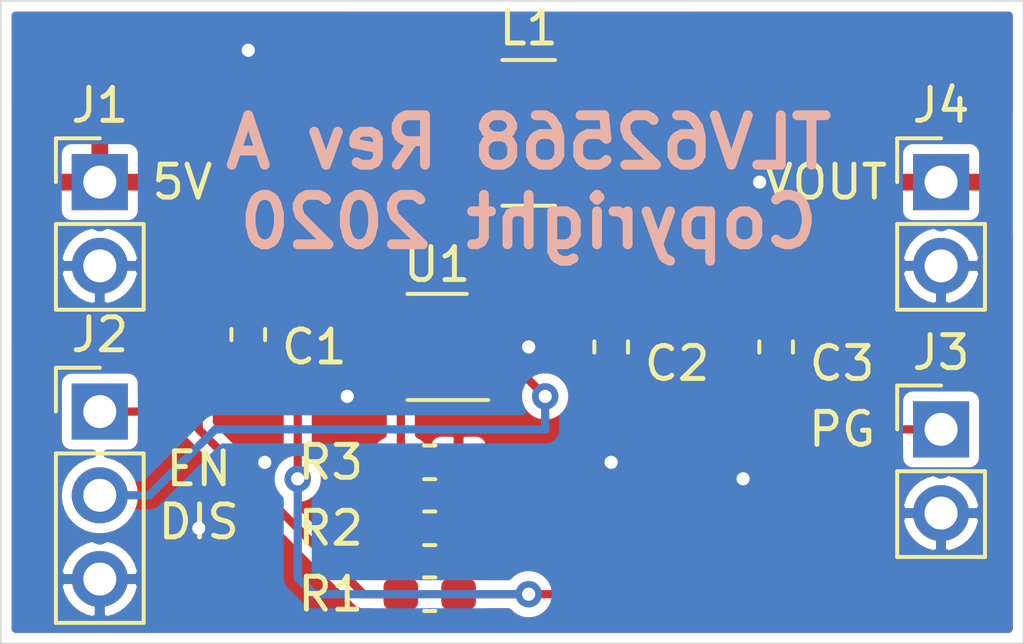
<source format=kicad_pcb>
(kicad_pcb (version 20171130) (host pcbnew "(5.1.4)-1")

  (general
    (thickness 1.6)
    (drawings 9)
    (tracks 41)
    (zones 0)
    (modules 12)
    (nets 8)
  )

  (page A4)
  (layers
    (0 F.Cu signal)
    (31 B.Cu signal)
    (32 B.Adhes user)
    (33 F.Adhes user)
    (34 B.Paste user)
    (35 F.Paste user)
    (36 B.SilkS user)
    (37 F.SilkS user)
    (38 B.Mask user)
    (39 F.Mask user)
    (40 Dwgs.User user)
    (41 Cmts.User user)
    (42 Eco1.User user)
    (43 Eco2.User user)
    (44 Edge.Cuts user)
    (45 Margin user)
    (46 B.CrtYd user)
    (47 F.CrtYd user)
    (48 B.Fab user hide)
    (49 F.Fab user hide)
  )

  (setup
    (last_trace_width 0.25)
    (trace_clearance 0.2)
    (zone_clearance 0.3)
    (zone_45_only no)
    (trace_min 0.2)
    (via_size 0.8)
    (via_drill 0.4)
    (via_min_size 0.4)
    (via_min_drill 0.3)
    (uvia_size 0.3)
    (uvia_drill 0.1)
    (uvias_allowed no)
    (uvia_min_size 0.2)
    (uvia_min_drill 0.1)
    (edge_width 0.05)
    (segment_width 0.2)
    (pcb_text_width 0.3)
    (pcb_text_size 1.5 1.5)
    (mod_edge_width 0.12)
    (mod_text_size 1 1)
    (mod_text_width 0.15)
    (pad_size 1.524 1.524)
    (pad_drill 0.762)
    (pad_to_mask_clearance 0.051)
    (solder_mask_min_width 0.25)
    (aux_axis_origin 0 0)
    (visible_elements FFFFFF7F)
    (pcbplotparams
      (layerselection 0x010fc_ffffffff)
      (usegerberextensions false)
      (usegerberattributes false)
      (usegerberadvancedattributes false)
      (creategerberjobfile false)
      (excludeedgelayer true)
      (linewidth 0.100000)
      (plotframeref false)
      (viasonmask false)
      (mode 1)
      (useauxorigin false)
      (hpglpennumber 1)
      (hpglpenspeed 20)
      (hpglpendiameter 15.000000)
      (psnegative false)
      (psa4output false)
      (plotreference true)
      (plotvalue true)
      (plotinvisibletext false)
      (padsonsilk false)
      (subtractmaskfromsilk false)
      (outputformat 1)
      (mirror false)
      (drillshape 1)
      (scaleselection 1)
      (outputdirectory ""))
  )

  (net 0 "")
  (net 1 VCC)
  (net 2 GND)
  (net 3 "Net-(C2-Pad1)")
  (net 4 /PG)
  (net 5 "Net-(L1-Pad1)")
  (net 6 "Net-(R2-Pad2)")
  (net 7 "Net-(J2-Pad2)")

  (net_class Default "This is the default net class."
    (clearance 0.2)
    (trace_width 0.25)
    (via_dia 0.8)
    (via_drill 0.4)
    (uvia_dia 0.3)
    (uvia_drill 0.1)
    (add_net /PG)
    (add_net GND)
    (add_net "Net-(C2-Pad1)")
    (add_net "Net-(J2-Pad2)")
    (add_net "Net-(L1-Pad1)")
    (add_net "Net-(R2-Pad2)")
    (add_net VCC)
  )

  (module Connector_PinHeader_2.54mm:PinHeader_1x03_P2.54mm_Vertical (layer F.Cu) (tedit 59FED5CC) (tstamp 5EAA897A)
    (at 137 108.96)
    (descr "Through hole straight pin header, 1x03, 2.54mm pitch, single row")
    (tags "Through hole pin header THT 1x03 2.54mm single row")
    (path /5EAC10BA)
    (fp_text reference J2 (at 0 -2.33) (layer F.SilkS)
      (effects (font (size 1 1) (thickness 0.15)))
    )
    (fp_text value Conn_01x03 (at 0 7.41) (layer F.Fab)
      (effects (font (size 1 1) (thickness 0.15)))
    )
    (fp_text user %R (at 0 2.54 90) (layer F.Fab)
      (effects (font (size 1 1) (thickness 0.15)))
    )
    (fp_line (start 1.8 -1.8) (end -1.8 -1.8) (layer F.CrtYd) (width 0.05))
    (fp_line (start 1.8 6.85) (end 1.8 -1.8) (layer F.CrtYd) (width 0.05))
    (fp_line (start -1.8 6.85) (end 1.8 6.85) (layer F.CrtYd) (width 0.05))
    (fp_line (start -1.8 -1.8) (end -1.8 6.85) (layer F.CrtYd) (width 0.05))
    (fp_line (start -1.33 -1.33) (end 0 -1.33) (layer F.SilkS) (width 0.12))
    (fp_line (start -1.33 0) (end -1.33 -1.33) (layer F.SilkS) (width 0.12))
    (fp_line (start -1.33 1.27) (end 1.33 1.27) (layer F.SilkS) (width 0.12))
    (fp_line (start 1.33 1.27) (end 1.33 6.41) (layer F.SilkS) (width 0.12))
    (fp_line (start -1.33 1.27) (end -1.33 6.41) (layer F.SilkS) (width 0.12))
    (fp_line (start -1.33 6.41) (end 1.33 6.41) (layer F.SilkS) (width 0.12))
    (fp_line (start -1.27 -0.635) (end -0.635 -1.27) (layer F.Fab) (width 0.1))
    (fp_line (start -1.27 6.35) (end -1.27 -0.635) (layer F.Fab) (width 0.1))
    (fp_line (start 1.27 6.35) (end -1.27 6.35) (layer F.Fab) (width 0.1))
    (fp_line (start 1.27 -1.27) (end 1.27 6.35) (layer F.Fab) (width 0.1))
    (fp_line (start -0.635 -1.27) (end 1.27 -1.27) (layer F.Fab) (width 0.1))
    (pad 3 thru_hole oval (at 0 5.08) (size 1.7 1.7) (drill 1) (layers *.Cu *.Mask)
      (net 2 GND))
    (pad 2 thru_hole oval (at 0 2.54) (size 1.7 1.7) (drill 1) (layers *.Cu *.Mask)
      (net 7 "Net-(J2-Pad2)"))
    (pad 1 thru_hole rect (at 0 0) (size 1.7 1.7) (drill 1) (layers *.Cu *.Mask)
      (net 1 VCC))
    (model ${KISYS3DMOD}/Connector_PinHeader_2.54mm.3dshapes/PinHeader_1x03_P2.54mm_Vertical.wrl
      (at (xyz 0 0 0))
      (scale (xyz 1 1 1))
      (rotate (xyz 0 0 0))
    )
  )

  (module Capacitor_SMD:C_0603_1608Metric_Pad1.05x0.95mm_HandSolder (layer F.Cu) (tedit 5B301BBE) (tstamp 5EAA7C4B)
    (at 141.5 106.625 270)
    (descr "Capacitor SMD 0603 (1608 Metric), square (rectangular) end terminal, IPC_7351 nominal with elongated pad for handsoldering. (Body size source: http://www.tortai-tech.com/upload/download/2011102023233369053.pdf), generated with kicad-footprint-generator")
    (tags "capacitor handsolder")
    (path /5EAA5288)
    (attr smd)
    (fp_text reference C1 (at 0.375 -2 180) (layer F.SilkS)
      (effects (font (size 1 1) (thickness 0.15)))
    )
    (fp_text value 4.7u (at 0 1.43 90) (layer F.Fab)
      (effects (font (size 1 1) (thickness 0.15)))
    )
    (fp_line (start -0.8 0.4) (end -0.8 -0.4) (layer F.Fab) (width 0.1))
    (fp_line (start -0.8 -0.4) (end 0.8 -0.4) (layer F.Fab) (width 0.1))
    (fp_line (start 0.8 -0.4) (end 0.8 0.4) (layer F.Fab) (width 0.1))
    (fp_line (start 0.8 0.4) (end -0.8 0.4) (layer F.Fab) (width 0.1))
    (fp_line (start -0.171267 -0.51) (end 0.171267 -0.51) (layer F.SilkS) (width 0.12))
    (fp_line (start -0.171267 0.51) (end 0.171267 0.51) (layer F.SilkS) (width 0.12))
    (fp_line (start -1.65 0.73) (end -1.65 -0.73) (layer F.CrtYd) (width 0.05))
    (fp_line (start -1.65 -0.73) (end 1.65 -0.73) (layer F.CrtYd) (width 0.05))
    (fp_line (start 1.65 -0.73) (end 1.65 0.73) (layer F.CrtYd) (width 0.05))
    (fp_line (start 1.65 0.73) (end -1.65 0.73) (layer F.CrtYd) (width 0.05))
    (fp_text user %R (at 0 0 90) (layer F.Fab)
      (effects (font (size 0.4 0.4) (thickness 0.06)))
    )
    (pad 1 smd roundrect (at -0.875 0 270) (size 1.05 0.95) (layers F.Cu F.Paste F.Mask) (roundrect_rratio 0.25)
      (net 1 VCC))
    (pad 2 smd roundrect (at 0.875 0 270) (size 1.05 0.95) (layers F.Cu F.Paste F.Mask) (roundrect_rratio 0.25)
      (net 2 GND))
    (model ${KISYS3DMOD}/Capacitor_SMD.3dshapes/C_0603_1608Metric.wrl
      (at (xyz 0 0 0))
      (scale (xyz 1 1 1))
      (rotate (xyz 0 0 0))
    )
  )

  (module Capacitor_SMD:C_0603_1608Metric_Pad1.05x0.95mm_HandSolder (layer F.Cu) (tedit 5B301BBE) (tstamp 5EAA7C5C)
    (at 152.5 107 270)
    (descr "Capacitor SMD 0603 (1608 Metric), square (rectangular) end terminal, IPC_7351 nominal with elongated pad for handsoldering. (Body size source: http://www.tortai-tech.com/upload/download/2011102023233369053.pdf), generated with kicad-footprint-generator")
    (tags "capacitor handsolder")
    (path /5EAA59AF)
    (attr smd)
    (fp_text reference C2 (at 0.5 -2 180) (layer F.SilkS)
      (effects (font (size 1 1) (thickness 0.15)))
    )
    (fp_text value 10u (at 0 1.43 90) (layer F.Fab)
      (effects (font (size 1 1) (thickness 0.15)))
    )
    (fp_text user %R (at 0 0 90) (layer F.Fab)
      (effects (font (size 0.4 0.4) (thickness 0.06)))
    )
    (fp_line (start 1.65 0.73) (end -1.65 0.73) (layer F.CrtYd) (width 0.05))
    (fp_line (start 1.65 -0.73) (end 1.65 0.73) (layer F.CrtYd) (width 0.05))
    (fp_line (start -1.65 -0.73) (end 1.65 -0.73) (layer F.CrtYd) (width 0.05))
    (fp_line (start -1.65 0.73) (end -1.65 -0.73) (layer F.CrtYd) (width 0.05))
    (fp_line (start -0.171267 0.51) (end 0.171267 0.51) (layer F.SilkS) (width 0.12))
    (fp_line (start -0.171267 -0.51) (end 0.171267 -0.51) (layer F.SilkS) (width 0.12))
    (fp_line (start 0.8 0.4) (end -0.8 0.4) (layer F.Fab) (width 0.1))
    (fp_line (start 0.8 -0.4) (end 0.8 0.4) (layer F.Fab) (width 0.1))
    (fp_line (start -0.8 -0.4) (end 0.8 -0.4) (layer F.Fab) (width 0.1))
    (fp_line (start -0.8 0.4) (end -0.8 -0.4) (layer F.Fab) (width 0.1))
    (pad 2 smd roundrect (at 0.875 0 270) (size 1.05 0.95) (layers F.Cu F.Paste F.Mask) (roundrect_rratio 0.25)
      (net 2 GND))
    (pad 1 smd roundrect (at -0.875 0 270) (size 1.05 0.95) (layers F.Cu F.Paste F.Mask) (roundrect_rratio 0.25)
      (net 3 "Net-(C2-Pad1)"))
    (model ${KISYS3DMOD}/Capacitor_SMD.3dshapes/C_0603_1608Metric.wrl
      (at (xyz 0 0 0))
      (scale (xyz 1 1 1))
      (rotate (xyz 0 0 0))
    )
  )

  (module Capacitor_SMD:C_0603_1608Metric_Pad1.05x0.95mm_HandSolder (layer F.Cu) (tedit 5B301BBE) (tstamp 5EAA7C6D)
    (at 157.5 107 270)
    (descr "Capacitor SMD 0603 (1608 Metric), square (rectangular) end terminal, IPC_7351 nominal with elongated pad for handsoldering. (Body size source: http://www.tortai-tech.com/upload/download/2011102023233369053.pdf), generated with kicad-footprint-generator")
    (tags "capacitor handsolder")
    (path /5EAB4D81)
    (attr smd)
    (fp_text reference C3 (at 0.5 -2 180) (layer F.SilkS)
      (effects (font (size 1 1) (thickness 0.15)))
    )
    (fp_text value 10u (at 0 1.43 90) (layer F.Fab)
      (effects (font (size 1 1) (thickness 0.15)))
    )
    (fp_line (start -0.8 0.4) (end -0.8 -0.4) (layer F.Fab) (width 0.1))
    (fp_line (start -0.8 -0.4) (end 0.8 -0.4) (layer F.Fab) (width 0.1))
    (fp_line (start 0.8 -0.4) (end 0.8 0.4) (layer F.Fab) (width 0.1))
    (fp_line (start 0.8 0.4) (end -0.8 0.4) (layer F.Fab) (width 0.1))
    (fp_line (start -0.171267 -0.51) (end 0.171267 -0.51) (layer F.SilkS) (width 0.12))
    (fp_line (start -0.171267 0.51) (end 0.171267 0.51) (layer F.SilkS) (width 0.12))
    (fp_line (start -1.65 0.73) (end -1.65 -0.73) (layer F.CrtYd) (width 0.05))
    (fp_line (start -1.65 -0.73) (end 1.65 -0.73) (layer F.CrtYd) (width 0.05))
    (fp_line (start 1.65 -0.73) (end 1.65 0.73) (layer F.CrtYd) (width 0.05))
    (fp_line (start 1.65 0.73) (end -1.65 0.73) (layer F.CrtYd) (width 0.05))
    (fp_text user %R (at 0 0 90) (layer F.Fab)
      (effects (font (size 0.4 0.4) (thickness 0.06)))
    )
    (pad 1 smd roundrect (at -0.875 0 270) (size 1.05 0.95) (layers F.Cu F.Paste F.Mask) (roundrect_rratio 0.25)
      (net 3 "Net-(C2-Pad1)"))
    (pad 2 smd roundrect (at 0.875 0 270) (size 1.05 0.95) (layers F.Cu F.Paste F.Mask) (roundrect_rratio 0.25)
      (net 2 GND))
    (model ${KISYS3DMOD}/Capacitor_SMD.3dshapes/C_0603_1608Metric.wrl
      (at (xyz 0 0 0))
      (scale (xyz 1 1 1))
      (rotate (xyz 0 0 0))
    )
  )

  (module Connector_PinHeader_2.54mm:PinHeader_1x02_P2.54mm_Vertical (layer F.Cu) (tedit 59FED5CC) (tstamp 5EAA7C83)
    (at 137 102)
    (descr "Through hole straight pin header, 1x02, 2.54mm pitch, single row")
    (tags "Through hole pin header THT 1x02 2.54mm single row")
    (path /5EAA8FDF)
    (fp_text reference J1 (at 0 -2.33) (layer F.SilkS)
      (effects (font (size 1 1) (thickness 0.15)))
    )
    (fp_text value Conn_01x02 (at 0 4.87) (layer F.Fab)
      (effects (font (size 1 1) (thickness 0.15)))
    )
    (fp_line (start -0.635 -1.27) (end 1.27 -1.27) (layer F.Fab) (width 0.1))
    (fp_line (start 1.27 -1.27) (end 1.27 3.81) (layer F.Fab) (width 0.1))
    (fp_line (start 1.27 3.81) (end -1.27 3.81) (layer F.Fab) (width 0.1))
    (fp_line (start -1.27 3.81) (end -1.27 -0.635) (layer F.Fab) (width 0.1))
    (fp_line (start -1.27 -0.635) (end -0.635 -1.27) (layer F.Fab) (width 0.1))
    (fp_line (start -1.33 3.87) (end 1.33 3.87) (layer F.SilkS) (width 0.12))
    (fp_line (start -1.33 1.27) (end -1.33 3.87) (layer F.SilkS) (width 0.12))
    (fp_line (start 1.33 1.27) (end 1.33 3.87) (layer F.SilkS) (width 0.12))
    (fp_line (start -1.33 1.27) (end 1.33 1.27) (layer F.SilkS) (width 0.12))
    (fp_line (start -1.33 0) (end -1.33 -1.33) (layer F.SilkS) (width 0.12))
    (fp_line (start -1.33 -1.33) (end 0 -1.33) (layer F.SilkS) (width 0.12))
    (fp_line (start -1.8 -1.8) (end -1.8 4.35) (layer F.CrtYd) (width 0.05))
    (fp_line (start -1.8 4.35) (end 1.8 4.35) (layer F.CrtYd) (width 0.05))
    (fp_line (start 1.8 4.35) (end 1.8 -1.8) (layer F.CrtYd) (width 0.05))
    (fp_line (start 1.8 -1.8) (end -1.8 -1.8) (layer F.CrtYd) (width 0.05))
    (fp_text user %R (at 0 1.27 90) (layer F.Fab)
      (effects (font (size 1 1) (thickness 0.15)))
    )
    (pad 1 thru_hole rect (at 0 0) (size 1.7 1.7) (drill 1) (layers *.Cu *.Mask)
      (net 1 VCC))
    (pad 2 thru_hole oval (at 0 2.54) (size 1.7 1.7) (drill 1) (layers *.Cu *.Mask)
      (net 2 GND))
    (model ${KISYS3DMOD}/Connector_PinHeader_2.54mm.3dshapes/PinHeader_1x02_P2.54mm_Vertical.wrl
      (at (xyz 0 0 0))
      (scale (xyz 1 1 1))
      (rotate (xyz 0 0 0))
    )
  )

  (module Connector_PinHeader_2.54mm:PinHeader_1x02_P2.54mm_Vertical (layer F.Cu) (tedit 59FED5CC) (tstamp 5EAA7CAF)
    (at 162.5 109.5)
    (descr "Through hole straight pin header, 1x02, 2.54mm pitch, single row")
    (tags "Through hole pin header THT 1x02 2.54mm single row")
    (path /5EAB0A03)
    (fp_text reference J3 (at 0 -2.33) (layer F.SilkS)
      (effects (font (size 1 1) (thickness 0.15)))
    )
    (fp_text value Conn_01x02 (at 0 4.87) (layer F.Fab)
      (effects (font (size 1 1) (thickness 0.15)))
    )
    (fp_text user %R (at 0 1.27 90) (layer F.Fab)
      (effects (font (size 1 1) (thickness 0.15)))
    )
    (fp_line (start 1.8 -1.8) (end -1.8 -1.8) (layer F.CrtYd) (width 0.05))
    (fp_line (start 1.8 4.35) (end 1.8 -1.8) (layer F.CrtYd) (width 0.05))
    (fp_line (start -1.8 4.35) (end 1.8 4.35) (layer F.CrtYd) (width 0.05))
    (fp_line (start -1.8 -1.8) (end -1.8 4.35) (layer F.CrtYd) (width 0.05))
    (fp_line (start -1.33 -1.33) (end 0 -1.33) (layer F.SilkS) (width 0.12))
    (fp_line (start -1.33 0) (end -1.33 -1.33) (layer F.SilkS) (width 0.12))
    (fp_line (start -1.33 1.27) (end 1.33 1.27) (layer F.SilkS) (width 0.12))
    (fp_line (start 1.33 1.27) (end 1.33 3.87) (layer F.SilkS) (width 0.12))
    (fp_line (start -1.33 1.27) (end -1.33 3.87) (layer F.SilkS) (width 0.12))
    (fp_line (start -1.33 3.87) (end 1.33 3.87) (layer F.SilkS) (width 0.12))
    (fp_line (start -1.27 -0.635) (end -0.635 -1.27) (layer F.Fab) (width 0.1))
    (fp_line (start -1.27 3.81) (end -1.27 -0.635) (layer F.Fab) (width 0.1))
    (fp_line (start 1.27 3.81) (end -1.27 3.81) (layer F.Fab) (width 0.1))
    (fp_line (start 1.27 -1.27) (end 1.27 3.81) (layer F.Fab) (width 0.1))
    (fp_line (start -0.635 -1.27) (end 1.27 -1.27) (layer F.Fab) (width 0.1))
    (pad 2 thru_hole oval (at 0 2.54) (size 1.7 1.7) (drill 1) (layers *.Cu *.Mask)
      (net 2 GND))
    (pad 1 thru_hole rect (at 0 0) (size 1.7 1.7) (drill 1) (layers *.Cu *.Mask)
      (net 4 /PG))
    (model ${KISYS3DMOD}/Connector_PinHeader_2.54mm.3dshapes/PinHeader_1x02_P2.54mm_Vertical.wrl
      (at (xyz 0 0 0))
      (scale (xyz 1 1 1))
      (rotate (xyz 0 0 0))
    )
  )

  (module Connector_PinHeader_2.54mm:PinHeader_1x02_P2.54mm_Vertical (layer F.Cu) (tedit 59FED5CC) (tstamp 5EAA7CC5)
    (at 162.5 102)
    (descr "Through hole straight pin header, 1x02, 2.54mm pitch, single row")
    (tags "Through hole pin header THT 1x02 2.54mm single row")
    (path /5EAAA466)
    (fp_text reference J4 (at 0 -2.33) (layer F.SilkS)
      (effects (font (size 1 1) (thickness 0.15)))
    )
    (fp_text value Conn_01x02 (at 0 4.87) (layer F.Fab)
      (effects (font (size 1 1) (thickness 0.15)))
    )
    (fp_line (start -0.635 -1.27) (end 1.27 -1.27) (layer F.Fab) (width 0.1))
    (fp_line (start 1.27 -1.27) (end 1.27 3.81) (layer F.Fab) (width 0.1))
    (fp_line (start 1.27 3.81) (end -1.27 3.81) (layer F.Fab) (width 0.1))
    (fp_line (start -1.27 3.81) (end -1.27 -0.635) (layer F.Fab) (width 0.1))
    (fp_line (start -1.27 -0.635) (end -0.635 -1.27) (layer F.Fab) (width 0.1))
    (fp_line (start -1.33 3.87) (end 1.33 3.87) (layer F.SilkS) (width 0.12))
    (fp_line (start -1.33 1.27) (end -1.33 3.87) (layer F.SilkS) (width 0.12))
    (fp_line (start 1.33 1.27) (end 1.33 3.87) (layer F.SilkS) (width 0.12))
    (fp_line (start -1.33 1.27) (end 1.33 1.27) (layer F.SilkS) (width 0.12))
    (fp_line (start -1.33 0) (end -1.33 -1.33) (layer F.SilkS) (width 0.12))
    (fp_line (start -1.33 -1.33) (end 0 -1.33) (layer F.SilkS) (width 0.12))
    (fp_line (start -1.8 -1.8) (end -1.8 4.35) (layer F.CrtYd) (width 0.05))
    (fp_line (start -1.8 4.35) (end 1.8 4.35) (layer F.CrtYd) (width 0.05))
    (fp_line (start 1.8 4.35) (end 1.8 -1.8) (layer F.CrtYd) (width 0.05))
    (fp_line (start 1.8 -1.8) (end -1.8 -1.8) (layer F.CrtYd) (width 0.05))
    (fp_text user %R (at 0 1.27 90) (layer F.Fab)
      (effects (font (size 1 1) (thickness 0.15)))
    )
    (pad 1 thru_hole rect (at 0 0) (size 1.7 1.7) (drill 1) (layers *.Cu *.Mask)
      (net 3 "Net-(C2-Pad1)"))
    (pad 2 thru_hole oval (at 0 2.54) (size 1.7 1.7) (drill 1) (layers *.Cu *.Mask)
      (net 2 GND))
    (model ${KISYS3DMOD}/Connector_PinHeader_2.54mm.3dshapes/PinHeader_1x02_P2.54mm_Vertical.wrl
      (at (xyz 0 0 0))
      (scale (xyz 1 1 1))
      (rotate (xyz 0 0 0))
    )
  )

  (module Inductor_SMD:L_2816_7142Metric_Pad3.20x4.45mm_HandSolder (layer F.Cu) (tedit 5B341557) (tstamp 5EAA8521)
    (at 150 100.505001)
    (descr "Capacitor SMD 2816 (7142 Metric), square (rectangular) end terminal, IPC_7351 nominal with elongated pad for handsoldering. (Body size from: https://www.vishay.com/docs/30100/wsl.pdf), generated with kicad-footprint-generator")
    (tags "inductor handsolder")
    (path /5EAB0FB2)
    (attr smd)
    (fp_text reference L1 (at 0 -3.18) (layer F.SilkS)
      (effects (font (size 1 1) (thickness 0.15)))
    )
    (fp_text value 2.2u (at 0 3.18) (layer F.Fab)
      (effects (font (size 1 1) (thickness 0.15)))
    )
    (fp_line (start -3.55 2.1) (end -3.55 -2.1) (layer F.Fab) (width 0.1))
    (fp_line (start -3.55 -2.1) (end 3.55 -2.1) (layer F.Fab) (width 0.1))
    (fp_line (start 3.55 -2.1) (end 3.55 2.1) (layer F.Fab) (width 0.1))
    (fp_line (start 3.55 2.1) (end -3.55 2.1) (layer F.Fab) (width 0.1))
    (fp_line (start -0.797369 -2.21) (end 0.797369 -2.21) (layer F.SilkS) (width 0.12))
    (fp_line (start -0.797369 2.21) (end 0.797369 2.21) (layer F.SilkS) (width 0.12))
    (fp_line (start -4.45 2.48) (end -4.45 -2.48) (layer F.CrtYd) (width 0.05))
    (fp_line (start -4.45 -2.48) (end 4.45 -2.48) (layer F.CrtYd) (width 0.05))
    (fp_line (start 4.45 -2.48) (end 4.45 2.48) (layer F.CrtYd) (width 0.05))
    (fp_line (start 4.45 2.48) (end -4.45 2.48) (layer F.CrtYd) (width 0.05))
    (fp_text user %R (at 0 0) (layer F.Fab)
      (effects (font (size 1 1) (thickness 0.15)))
    )
    (pad 1 smd roundrect (at -2.6 0) (size 3.2 4.45) (layers F.Cu F.Paste F.Mask) (roundrect_rratio 0.078125)
      (net 5 "Net-(L1-Pad1)"))
    (pad 2 smd roundrect (at 2.6 0) (size 3.2 4.45) (layers F.Cu F.Paste F.Mask) (roundrect_rratio 0.078125)
      (net 3 "Net-(C2-Pad1)"))
    (model ${KISYS3DMOD}/Inductor_SMD.3dshapes/L_2816_7142Metric.wrl
      (at (xyz 0 0 0))
      (scale (xyz 1 1 1))
      (rotate (xyz 0 0 0))
    )
  )

  (module Resistor_SMD:R_0603_1608Metric_Pad1.05x0.95mm_HandSolder (layer F.Cu) (tedit 5B301BBD) (tstamp 5EAA7CE7)
    (at 147 114.5 180)
    (descr "Resistor SMD 0603 (1608 Metric), square (rectangular) end terminal, IPC_7351 nominal with elongated pad for handsoldering. (Body size source: http://www.tortai-tech.com/upload/download/2011102023233369053.pdf), generated with kicad-footprint-generator")
    (tags "resistor handsolder")
    (path /5EAA3590)
    (attr smd)
    (fp_text reference R1 (at 3 0) (layer F.SilkS)
      (effects (font (size 1 1) (thickness 0.15)))
    )
    (fp_text value 499k (at 0 1.43) (layer F.Fab)
      (effects (font (size 1 1) (thickness 0.15)))
    )
    (fp_line (start -0.8 0.4) (end -0.8 -0.4) (layer F.Fab) (width 0.1))
    (fp_line (start -0.8 -0.4) (end 0.8 -0.4) (layer F.Fab) (width 0.1))
    (fp_line (start 0.8 -0.4) (end 0.8 0.4) (layer F.Fab) (width 0.1))
    (fp_line (start 0.8 0.4) (end -0.8 0.4) (layer F.Fab) (width 0.1))
    (fp_line (start -0.171267 -0.51) (end 0.171267 -0.51) (layer F.SilkS) (width 0.12))
    (fp_line (start -0.171267 0.51) (end 0.171267 0.51) (layer F.SilkS) (width 0.12))
    (fp_line (start -1.65 0.73) (end -1.65 -0.73) (layer F.CrtYd) (width 0.05))
    (fp_line (start -1.65 -0.73) (end 1.65 -0.73) (layer F.CrtYd) (width 0.05))
    (fp_line (start 1.65 -0.73) (end 1.65 0.73) (layer F.CrtYd) (width 0.05))
    (fp_line (start 1.65 0.73) (end -1.65 0.73) (layer F.CrtYd) (width 0.05))
    (fp_text user %R (at 0 0) (layer F.Fab)
      (effects (font (size 0.4 0.4) (thickness 0.06)))
    )
    (pad 1 smd roundrect (at -0.875 0 180) (size 1.05 0.95) (layers F.Cu F.Paste F.Mask) (roundrect_rratio 0.25)
      (net 4 /PG))
    (pad 2 smd roundrect (at 0.875 0 180) (size 1.05 0.95) (layers F.Cu F.Paste F.Mask) (roundrect_rratio 0.25)
      (net 1 VCC))
    (model ${KISYS3DMOD}/Resistor_SMD.3dshapes/R_0603_1608Metric.wrl
      (at (xyz 0 0 0))
      (scale (xyz 1 1 1))
      (rotate (xyz 0 0 0))
    )
  )

  (module Resistor_SMD:R_0603_1608Metric_Pad1.05x0.95mm_HandSolder (layer F.Cu) (tedit 5B301BBD) (tstamp 5EAA7CF8)
    (at 147 112.5 180)
    (descr "Resistor SMD 0603 (1608 Metric), square (rectangular) end terminal, IPC_7351 nominal with elongated pad for handsoldering. (Body size source: http://www.tortai-tech.com/upload/download/2011102023233369053.pdf), generated with kicad-footprint-generator")
    (tags "resistor handsolder")
    (path /5EAA3F42)
    (attr smd)
    (fp_text reference R2 (at 3 0) (layer F.SilkS)
      (effects (font (size 1 1) (thickness 0.15)))
    )
    (fp_text value 200k (at 0 1.43) (layer F.Fab)
      (effects (font (size 1 1) (thickness 0.15)))
    )
    (fp_text user %R (at 0 0) (layer F.Fab)
      (effects (font (size 0.4 0.4) (thickness 0.06)))
    )
    (fp_line (start 1.65 0.73) (end -1.65 0.73) (layer F.CrtYd) (width 0.05))
    (fp_line (start 1.65 -0.73) (end 1.65 0.73) (layer F.CrtYd) (width 0.05))
    (fp_line (start -1.65 -0.73) (end 1.65 -0.73) (layer F.CrtYd) (width 0.05))
    (fp_line (start -1.65 0.73) (end -1.65 -0.73) (layer F.CrtYd) (width 0.05))
    (fp_line (start -0.171267 0.51) (end 0.171267 0.51) (layer F.SilkS) (width 0.12))
    (fp_line (start -0.171267 -0.51) (end 0.171267 -0.51) (layer F.SilkS) (width 0.12))
    (fp_line (start 0.8 0.4) (end -0.8 0.4) (layer F.Fab) (width 0.1))
    (fp_line (start 0.8 -0.4) (end 0.8 0.4) (layer F.Fab) (width 0.1))
    (fp_line (start -0.8 -0.4) (end 0.8 -0.4) (layer F.Fab) (width 0.1))
    (fp_line (start -0.8 0.4) (end -0.8 -0.4) (layer F.Fab) (width 0.1))
    (pad 2 smd roundrect (at 0.875 0 180) (size 1.05 0.95) (layers F.Cu F.Paste F.Mask) (roundrect_rratio 0.25)
      (net 6 "Net-(R2-Pad2)"))
    (pad 1 smd roundrect (at -0.875 0 180) (size 1.05 0.95) (layers F.Cu F.Paste F.Mask) (roundrect_rratio 0.25)
      (net 3 "Net-(C2-Pad1)"))
    (model ${KISYS3DMOD}/Resistor_SMD.3dshapes/R_0603_1608Metric.wrl
      (at (xyz 0 0 0))
      (scale (xyz 1 1 1))
      (rotate (xyz 0 0 0))
    )
  )

  (module Resistor_SMD:R_0603_1608Metric_Pad1.05x0.95mm_HandSolder (layer F.Cu) (tedit 5B301BBD) (tstamp 5EAA7D09)
    (at 147 110.5)
    (descr "Resistor SMD 0603 (1608 Metric), square (rectangular) end terminal, IPC_7351 nominal with elongated pad for handsoldering. (Body size source: http://www.tortai-tech.com/upload/download/2011102023233369053.pdf), generated with kicad-footprint-generator")
    (tags "resistor handsolder")
    (path /5EAA47E5)
    (attr smd)
    (fp_text reference R3 (at -3 0) (layer F.SilkS)
      (effects (font (size 1 1) (thickness 0.15)))
    )
    (fp_text value 100k (at 0 1.43) (layer F.Fab)
      (effects (font (size 1 1) (thickness 0.15)))
    )
    (fp_line (start -0.8 0.4) (end -0.8 -0.4) (layer F.Fab) (width 0.1))
    (fp_line (start -0.8 -0.4) (end 0.8 -0.4) (layer F.Fab) (width 0.1))
    (fp_line (start 0.8 -0.4) (end 0.8 0.4) (layer F.Fab) (width 0.1))
    (fp_line (start 0.8 0.4) (end -0.8 0.4) (layer F.Fab) (width 0.1))
    (fp_line (start -0.171267 -0.51) (end 0.171267 -0.51) (layer F.SilkS) (width 0.12))
    (fp_line (start -0.171267 0.51) (end 0.171267 0.51) (layer F.SilkS) (width 0.12))
    (fp_line (start -1.65 0.73) (end -1.65 -0.73) (layer F.CrtYd) (width 0.05))
    (fp_line (start -1.65 -0.73) (end 1.65 -0.73) (layer F.CrtYd) (width 0.05))
    (fp_line (start 1.65 -0.73) (end 1.65 0.73) (layer F.CrtYd) (width 0.05))
    (fp_line (start 1.65 0.73) (end -1.65 0.73) (layer F.CrtYd) (width 0.05))
    (fp_text user %R (at 0 0) (layer F.Fab)
      (effects (font (size 0.4 0.4) (thickness 0.06)))
    )
    (pad 1 smd roundrect (at -0.875 0) (size 1.05 0.95) (layers F.Cu F.Paste F.Mask) (roundrect_rratio 0.25)
      (net 6 "Net-(R2-Pad2)"))
    (pad 2 smd roundrect (at 0.875 0) (size 1.05 0.95) (layers F.Cu F.Paste F.Mask) (roundrect_rratio 0.25)
      (net 2 GND))
    (model ${KISYS3DMOD}/Resistor_SMD.3dshapes/R_0603_1608Metric.wrl
      (at (xyz 0 0 0))
      (scale (xyz 1 1 1))
      (rotate (xyz 0 0 0))
    )
  )

  (module Package_TO_SOT_SMD:SOT-23-6 (layer F.Cu) (tedit 5A02FF57) (tstamp 5EAA7F12)
    (at 147.225001 107 180)
    (descr "6-pin SOT-23 package")
    (tags SOT-23-6)
    (path /5EAA2BD3)
    (attr smd)
    (fp_text reference U1 (at 0 2.5) (layer F.SilkS)
      (effects (font (size 1 1) (thickness 0.15)))
    )
    (fp_text value TLV62568DDC (at 0 2.9) (layer F.Fab)
      (effects (font (size 1 1) (thickness 0.15)))
    )
    (fp_text user %R (at 0 0 90) (layer F.Fab)
      (effects (font (size 0.5 0.5) (thickness 0.075)))
    )
    (fp_line (start -0.9 1.61) (end 0.9 1.61) (layer F.SilkS) (width 0.12))
    (fp_line (start 0.9 -1.61) (end -1.55 -1.61) (layer F.SilkS) (width 0.12))
    (fp_line (start 1.9 -1.8) (end -1.9 -1.8) (layer F.CrtYd) (width 0.05))
    (fp_line (start 1.9 1.8) (end 1.9 -1.8) (layer F.CrtYd) (width 0.05))
    (fp_line (start -1.9 1.8) (end 1.9 1.8) (layer F.CrtYd) (width 0.05))
    (fp_line (start -1.9 -1.8) (end -1.9 1.8) (layer F.CrtYd) (width 0.05))
    (fp_line (start -0.9 -0.9) (end -0.25 -1.55) (layer F.Fab) (width 0.1))
    (fp_line (start 0.9 -1.55) (end -0.25 -1.55) (layer F.Fab) (width 0.1))
    (fp_line (start -0.9 -0.9) (end -0.9 1.55) (layer F.Fab) (width 0.1))
    (fp_line (start 0.9 1.55) (end -0.9 1.55) (layer F.Fab) (width 0.1))
    (fp_line (start 0.9 -1.55) (end 0.9 1.55) (layer F.Fab) (width 0.1))
    (pad 1 smd rect (at -1.1 -0.95 180) (size 1.06 0.65) (layers F.Cu F.Paste F.Mask)
      (net 7 "Net-(J2-Pad2)"))
    (pad 2 smd rect (at -1.1 0 180) (size 1.06 0.65) (layers F.Cu F.Paste F.Mask)
      (net 2 GND))
    (pad 3 smd rect (at -1.1 0.95 180) (size 1.06 0.65) (layers F.Cu F.Paste F.Mask)
      (net 5 "Net-(L1-Pad1)"))
    (pad 4 smd rect (at 1.1 0.95 180) (size 1.06 0.65) (layers F.Cu F.Paste F.Mask)
      (net 1 VCC))
    (pad 6 smd rect (at 1.1 -0.95 180) (size 1.06 0.65) (layers F.Cu F.Paste F.Mask)
      (net 6 "Net-(R2-Pad2)"))
    (pad 5 smd rect (at 1.1 0 180) (size 1.06 0.65) (layers F.Cu F.Paste F.Mask)
      (net 4 /PG))
    (model ${KISYS3DMOD}/Package_TO_SOT_SMD.3dshapes/SOT-23-6.wrl
      (at (xyz 0 0 0))
      (scale (xyz 1 1 1))
      (rotate (xyz 0 0 0))
    )
  )

  (gr_text "EN\nDIS" (at 140 111.5) (layer F.SilkS)
    (effects (font (size 1 1) (thickness 0.15)))
  )
  (gr_text PG (at 159.5 109.5) (layer F.SilkS)
    (effects (font (size 1 1) (thickness 0.15)))
  )
  (gr_text "VOUT\n" (at 159 102) (layer F.SilkS)
    (effects (font (size 1 1) (thickness 0.15)))
  )
  (gr_text 5V (at 139.5 102) (layer F.SilkS)
    (effects (font (size 1 1) (thickness 0.15)))
  )
  (gr_text "TLV62568 Rev A\nCopyright 2020" (at 150 102) (layer B.SilkS)
    (effects (font (size 1.5 1.5) (thickness 0.3)) (justify mirror))
  )
  (gr_line (start 134 116) (end 134 96.5) (layer Edge.Cuts) (width 0.05) (tstamp 5EAA8644))
  (gr_line (start 165 116) (end 134 116) (layer Edge.Cuts) (width 0.05))
  (gr_line (start 165 96.5) (end 165 116) (layer Edge.Cuts) (width 0.05))
  (gr_line (start 134 96.5) (end 165 96.5) (layer Edge.Cuts) (width 0.05))

  (segment (start 146.125 114.5) (end 145 114.5) (width 0.25) (layer F.Cu) (net 1))
  (segment (start 145 114.5) (end 140 109.5) (width 0.25) (layer F.Cu) (net 1))
  (segment (start 139.96 108.96) (end 140 109) (width 0.25) (layer F.Cu) (net 1))
  (segment (start 137 108.96) (end 139.96 108.96) (width 0.25) (layer F.Cu) (net 1))
  (segment (start 140 109.5) (end 140 109) (width 0.25) (layer F.Cu) (net 1))
  (segment (start 140 109) (end 140 105.5) (width 0.25) (layer F.Cu) (net 1))
  (segment (start 148.325001 107) (end 150 107) (width 0.25) (layer F.Cu) (net 2))
  (via (at 150 107) (size 0.8) (drill 0.4) (layers F.Cu B.Cu) (net 2))
  (via (at 152.5 110.5) (size 0.8) (drill 0.4) (layers F.Cu B.Cu) (net 2))
  (via (at 157 102) (size 0.8) (drill 0.4) (layers F.Cu B.Cu) (net 2))
  (via (at 156.5 111) (size 0.8) (drill 0.4) (layers F.Cu B.Cu) (net 2))
  (via (at 140 112.5) (size 0.8) (drill 0.4) (layers F.Cu B.Cu) (net 2))
  (via (at 142 110.5) (size 0.8) (drill 0.4) (layers F.Cu B.Cu) (net 2))
  (via (at 144.5 108.5) (size 0.8) (drill 0.4) (layers F.Cu B.Cu) (net 2))
  (via (at 141.5 98) (size 0.8) (drill 0.4) (layers F.Cu B.Cu) (net 2))
  (segment (start 147.875 112.5) (end 152.5 112.5) (width 0.25) (layer F.Cu) (net 3))
  (segment (start 152.5 112.5) (end 155 110) (width 0.25) (layer F.Cu) (net 3))
  (segment (start 155 110) (end 155 106.5) (width 0.25) (layer F.Cu) (net 3))
  (via (at 150.5 108.5) (size 0.8) (drill 0.4) (layers F.Cu B.Cu) (net 7))
  (segment (start 150.5 109.5) (end 150.5 108.5) (width 0.25) (layer B.Cu) (net 7))
  (segment (start 149.95 107.95) (end 148.325001 107.95) (width 0.25) (layer F.Cu) (net 7))
  (segment (start 150.5 108.5) (end 149.95 107.95) (width 0.25) (layer F.Cu) (net 7))
  (segment (start 161 109.5) (end 162.5 109.5) (width 0.25) (layer F.Cu) (net 4))
  (segment (start 156 114.5) (end 161 109.5) (width 0.25) (layer F.Cu) (net 4))
  (segment (start 146.125001 107) (end 145.345001 107) (width 0.25) (layer F.Cu) (net 4))
  (segment (start 145.345001 107) (end 144 107) (width 0.25) (layer F.Cu) (net 4))
  (via (at 143 111) (size 0.8) (drill 0.4) (layers F.Cu B.Cu) (net 4))
  (segment (start 144 107) (end 143 108) (width 0.25) (layer F.Cu) (net 4))
  (segment (start 143 108) (end 143 111) (width 0.25) (layer F.Cu) (net 4))
  (segment (start 143 111) (end 143 114) (width 0.25) (layer B.Cu) (net 4))
  (via (at 150 114.5) (size 0.8) (drill 0.4) (layers F.Cu B.Cu) (net 4))
  (segment (start 143.5 114.5) (end 150 114.5) (width 0.25) (layer B.Cu) (net 4))
  (segment (start 143 114) (end 143.5 114.5) (width 0.25) (layer B.Cu) (net 4))
  (segment (start 147.875 114.5) (end 150 114.5) (width 0.25) (layer F.Cu) (net 4))
  (segment (start 150 114.5) (end 156 114.5) (width 0.25) (layer F.Cu) (net 4))
  (segment (start 146.125 108.525001) (end 146.125 110.5) (width 0.25) (layer F.Cu) (net 6))
  (segment (start 146.125001 107.95) (end 146.125 108.525001) (width 0.25) (layer F.Cu) (net 6))
  (segment (start 146.125 110.5) (end 146.125 112.5) (width 0.25) (layer F.Cu) (net 6))
  (segment (start 137 111.5) (end 138.5 111.5) (width 0.25) (layer B.Cu) (net 7))
  (segment (start 140.5 109.5) (end 150.5 109.5) (width 0.25) (layer B.Cu) (net 7))
  (segment (start 138.5 111.5) (end 140.5 109.5) (width 0.25) (layer B.Cu) (net 7))

  (zone (net 5) (net_name "Net-(L1-Pad1)") (layer F.Cu) (tstamp 0) (hatch edge 0.508)
    (priority 2)
    (connect_pads (clearance 0.508))
    (min_thickness 0.254)
    (fill yes (arc_segments 32) (thermal_gap 0.508) (thermal_bridge_width 0.508))
    (polygon
      (pts
        (xy 145 97) (xy 145 103.5) (xy 147.5 105) (xy 147.5 106.5) (xy 149.5 106.5)
        (xy 149.5 97)
      )
    )
    (filled_polygon
      (pts
        (xy 149.373 97.764651) (xy 149.354494 97.749464) (xy 149.24418 97.690499) (xy 149.124482 97.654189) (xy 149 97.641929)
        (xy 147.68575 97.645001) (xy 147.527 97.803751) (xy 147.527 100.378001) (xy 147.547 100.378001) (xy 147.547 100.632001)
        (xy 147.527 100.632001) (xy 147.527 103.206251) (xy 147.68575 103.365001) (xy 149 103.368073) (xy 149.124482 103.355813)
        (xy 149.24418 103.319503) (xy 149.354494 103.260538) (xy 149.373 103.245351) (xy 149.373 105.355228) (xy 149.306186 105.273815)
        (xy 149.209495 105.194463) (xy 149.099181 105.135498) (xy 148.979483 105.099188) (xy 148.855001 105.086928) (xy 148.610751 105.09)
        (xy 148.452001 105.24875) (xy 148.452001 105.923) (xy 148.472001 105.923) (xy 148.472001 106.036928) (xy 148.178001 106.036928)
        (xy 148.178001 105.923) (xy 148.198001 105.923) (xy 148.198001 105.24875) (xy 148.039251 105.09) (xy 147.795001 105.086928)
        (xy 147.670519 105.099188) (xy 147.627 105.112389) (xy 147.627 105) (xy 147.62456 104.975224) (xy 147.617333 104.951399)
        (xy 147.605597 104.929443) (xy 147.589803 104.910197) (xy 147.565341 104.891098) (xy 145.127 103.428093) (xy 145.127 102.730001)
        (xy 145.161928 102.730001) (xy 145.174188 102.854483) (xy 145.210498 102.974181) (xy 145.269463 103.084495) (xy 145.348815 103.181186)
        (xy 145.445506 103.260538) (xy 145.55582 103.319503) (xy 145.675518 103.355813) (xy 145.8 103.368073) (xy 147.11425 103.365001)
        (xy 147.273 103.206251) (xy 147.273 100.632001) (xy 145.32375 100.632001) (xy 145.165 100.790751) (xy 145.161928 102.730001)
        (xy 145.127 102.730001) (xy 145.127 98.280001) (xy 145.161928 98.280001) (xy 145.165 100.219251) (xy 145.32375 100.378001)
        (xy 147.273 100.378001) (xy 147.273 97.803751) (xy 147.11425 97.645001) (xy 145.8 97.641929) (xy 145.675518 97.654189)
        (xy 145.55582 97.690499) (xy 145.445506 97.749464) (xy 145.348815 97.828816) (xy 145.269463 97.925507) (xy 145.210498 98.035821)
        (xy 145.174188 98.155519) (xy 145.161928 98.280001) (xy 145.127 98.280001) (xy 145.127 97.16) (xy 149.373 97.16)
      )
    )
  )
  (zone (net 1) (net_name VCC) (layer F.Cu) (tstamp 5EAA857F) (hatch edge 0.508)
    (priority 2)
    (connect_pads (clearance 0.508))
    (min_thickness 0.254)
    (fill yes (arc_segments 32) (thermal_gap 0.508) (thermal_bridge_width 0.508))
    (polygon
      (pts
        (xy 135 100) (xy 142 100) (xy 145 105.5) (xy 147 105.5) (xy 147 106.5)
        (xy 135 106.5)
      )
    )
    (filled_polygon
      (pts
        (xy 144.888507 105.560814) (xy 144.902514 105.581397) (xy 144.920267 105.598851) (xy 144.941084 105.612507) (xy 144.964165 105.621839)
        (xy 144.967048 105.622254) (xy 144.956929 105.725) (xy 144.960001 105.76425) (xy 145.118751 105.923) (xy 145.998001 105.923)
        (xy 145.998001 105.903) (xy 146.252001 105.903) (xy 146.252001 105.923) (xy 146.272001 105.923) (xy 146.272001 106.036928)
        (xy 145.595001 106.036928) (xy 145.470519 106.049188) (xy 145.350821 106.085498) (xy 145.240507 106.144463) (xy 145.20086 106.177)
        (xy 145.118751 106.177) (xy 145.055751 106.24) (xy 144.037333 106.24) (xy 144 106.236323) (xy 143.962667 106.24)
        (xy 143.851014 106.250997) (xy 143.707753 106.294454) (xy 143.575724 106.365026) (xy 143.566008 106.373) (xy 142.60342 106.373)
        (xy 142.613072 106.275) (xy 142.61 106.03575) (xy 142.45125 105.877) (xy 141.627 105.877) (xy 141.627 105.897)
        (xy 141.373 105.897) (xy 141.373 105.877) (xy 140.54875 105.877) (xy 140.39 106.03575) (xy 140.386928 106.275)
        (xy 140.39658 106.373) (xy 135.127 106.373) (xy 135.127 104.54) (xy 135.507815 104.54) (xy 135.536487 104.831111)
        (xy 135.621401 105.111034) (xy 135.759294 105.369014) (xy 135.944866 105.595134) (xy 136.170986 105.780706) (xy 136.428966 105.918599)
        (xy 136.708889 106.003513) (xy 136.92705 106.025) (xy 137.07295 106.025) (xy 137.291111 106.003513) (xy 137.571034 105.918599)
        (xy 137.829014 105.780706) (xy 138.055134 105.595134) (xy 138.240706 105.369014) (xy 138.317682 105.225) (xy 140.386928 105.225)
        (xy 140.39 105.46425) (xy 140.54875 105.623) (xy 141.373 105.623) (xy 141.373 104.74875) (xy 141.627 104.74875)
        (xy 141.627 105.623) (xy 142.45125 105.623) (xy 142.61 105.46425) (xy 142.613072 105.225) (xy 142.600812 105.100518)
        (xy 142.564502 104.98082) (xy 142.505537 104.870506) (xy 142.426185 104.773815) (xy 142.329494 104.694463) (xy 142.21918 104.635498)
        (xy 142.099482 104.599188) (xy 141.975 104.586928) (xy 141.78575 104.59) (xy 141.627 104.74875) (xy 141.373 104.74875)
        (xy 141.21425 104.59) (xy 141.025 104.586928) (xy 140.900518 104.599188) (xy 140.78082 104.635498) (xy 140.670506 104.694463)
        (xy 140.573815 104.773815) (xy 140.494463 104.870506) (xy 140.435498 104.98082) (xy 140.399188 105.100518) (xy 140.386928 105.225)
        (xy 138.317682 105.225) (xy 138.378599 105.111034) (xy 138.463513 104.831111) (xy 138.492185 104.54) (xy 138.463513 104.248889)
        (xy 138.378599 103.968966) (xy 138.240706 103.710986) (xy 138.055134 103.484866) (xy 138.025313 103.460393) (xy 138.09418 103.439502)
        (xy 138.204494 103.380537) (xy 138.301185 103.301185) (xy 138.380537 103.204494) (xy 138.439502 103.09418) (xy 138.475812 102.974482)
        (xy 138.488072 102.85) (xy 138.485 102.28575) (xy 138.32625 102.127) (xy 137.127 102.127) (xy 137.127 102.147)
        (xy 136.873 102.147) (xy 136.873 102.127) (xy 135.67375 102.127) (xy 135.515 102.28575) (xy 135.511928 102.85)
        (xy 135.524188 102.974482) (xy 135.560498 103.09418) (xy 135.619463 103.204494) (xy 135.698815 103.301185) (xy 135.795506 103.380537)
        (xy 135.90582 103.439502) (xy 135.974687 103.460393) (xy 135.944866 103.484866) (xy 135.759294 103.710986) (xy 135.621401 103.968966)
        (xy 135.536487 104.248889) (xy 135.507815 104.54) (xy 135.127 104.54) (xy 135.127 101.15) (xy 135.511928 101.15)
        (xy 135.515 101.71425) (xy 135.67375 101.873) (xy 136.873 101.873) (xy 136.873 100.67375) (xy 137.127 100.67375)
        (xy 137.127 101.873) (xy 138.32625 101.873) (xy 138.485 101.71425) (xy 138.488072 101.15) (xy 138.475812 101.025518)
        (xy 138.439502 100.90582) (xy 138.380537 100.795506) (xy 138.301185 100.698815) (xy 138.204494 100.619463) (xy 138.09418 100.560498)
        (xy 137.974482 100.524188) (xy 137.85 100.511928) (xy 137.28575 100.515) (xy 137.127 100.67375) (xy 136.873 100.67375)
        (xy 136.71425 100.515) (xy 136.15 100.511928) (xy 136.025518 100.524188) (xy 135.90582 100.560498) (xy 135.795506 100.619463)
        (xy 135.698815 100.698815) (xy 135.619463 100.795506) (xy 135.560498 100.90582) (xy 135.524188 101.025518) (xy 135.511928 101.15)
        (xy 135.127 101.15) (xy 135.127 100.127) (xy 141.924608 100.127)
      )
    )
  )
  (zone (net 3) (net_name "Net-(C2-Pad1)") (layer F.Cu) (tstamp 0) (hatch edge 0.508)
    (priority 3)
    (connect_pads (clearance 0.508))
    (min_thickness 0.254)
    (fill yes (arc_segments 32) (thermal_gap 0.508) (thermal_bridge_width 0.508))
    (polygon
      (pts
        (xy 150.5 97) (xy 154.5 97) (xy 154.5 103.5) (xy 159 103.5) (xy 161 100.5)
        (xy 164.5 100.5) (xy 164.5 103) (xy 161 103) (xy 159 107) (xy 150.5 107)
      )
    )
    (filled_polygon
      (pts
        (xy 154.373 97.668907) (xy 154.324482 97.654189) (xy 154.2 97.641929) (xy 152.88575 97.645001) (xy 152.727 97.803751)
        (xy 152.727 100.378001) (xy 152.747 100.378001) (xy 152.747 100.632001) (xy 152.727 100.632001) (xy 152.727 103.206251)
        (xy 152.88575 103.365001) (xy 154.2 103.368073) (xy 154.324482 103.355813) (xy 154.373 103.341095) (xy 154.373 103.5)
        (xy 154.37544 103.524776) (xy 154.382667 103.548601) (xy 154.394403 103.570557) (xy 154.410197 103.589803) (xy 154.429443 103.605597)
        (xy 154.451399 103.617333) (xy 154.475224 103.62456) (xy 154.5 103.627) (xy 159 103.627) (xy 159.024776 103.62456)
        (xy 159.048601 103.617333) (xy 159.070557 103.605597) (xy 159.089803 103.589803) (xy 159.10567 103.570447) (xy 161.067968 100.627)
        (xy 161.286322 100.627) (xy 161.198815 100.698815) (xy 161.119463 100.795506) (xy 161.060498 100.90582) (xy 161.024188 101.025518)
        (xy 161.011928 101.15) (xy 161.015 101.71425) (xy 161.17375 101.873) (xy 162.373 101.873) (xy 162.373 101.853)
        (xy 162.627 101.853) (xy 162.627 101.873) (xy 163.82625 101.873) (xy 163.985 101.71425) (xy 163.988072 101.15)
        (xy 163.975812 101.025518) (xy 163.939502 100.90582) (xy 163.880537 100.795506) (xy 163.801185 100.698815) (xy 163.713678 100.627)
        (xy 164.34 100.627) (xy 164.34 102.873) (xy 163.985807 102.873) (xy 163.988072 102.85) (xy 163.985 102.28575)
        (xy 163.82625 102.127) (xy 162.627 102.127) (xy 162.627 102.147) (xy 162.373 102.147) (xy 162.373 102.127)
        (xy 161.17375 102.127) (xy 161.015 102.28575) (xy 161.011928 102.85) (xy 161.014193 102.873) (xy 161 102.873)
        (xy 160.975224 102.87544) (xy 160.951399 102.882667) (xy 160.929443 102.894403) (xy 160.910197 102.910197) (xy 160.894403 102.929443)
        (xy 160.886408 102.943204) (xy 158.92151 106.873) (xy 158.570927 106.873) (xy 158.600812 106.774482) (xy 158.613072 106.65)
        (xy 158.61 106.41075) (xy 158.45125 106.252) (xy 157.627 106.252) (xy 157.627 106.272) (xy 157.373 106.272)
        (xy 157.373 106.252) (xy 156.54875 106.252) (xy 156.39 106.41075) (xy 156.386928 106.65) (xy 156.399188 106.774482)
        (xy 156.429073 106.873) (xy 153.570927 106.873) (xy 153.600812 106.774482) (xy 153.613072 106.65) (xy 153.61 106.41075)
        (xy 153.45125 106.252) (xy 152.627 106.252) (xy 152.627 106.272) (xy 152.373 106.272) (xy 152.373 106.252)
        (xy 151.54875 106.252) (xy 151.39 106.41075) (xy 151.386928 106.65) (xy 151.399188 106.774482) (xy 151.429073 106.873)
        (xy 151.030015 106.873) (xy 150.995226 106.698102) (xy 150.917205 106.509744) (xy 150.803937 106.340226) (xy 150.659774 106.196063)
        (xy 150.627 106.174164) (xy 150.627 105.6) (xy 151.386928 105.6) (xy 151.39 105.83925) (xy 151.54875 105.998)
        (xy 152.373 105.998) (xy 152.373 105.12375) (xy 152.627 105.12375) (xy 152.627 105.998) (xy 153.45125 105.998)
        (xy 153.61 105.83925) (xy 153.613072 105.6) (xy 156.386928 105.6) (xy 156.39 105.83925) (xy 156.54875 105.998)
        (xy 157.373 105.998) (xy 157.373 105.12375) (xy 157.627 105.12375) (xy 157.627 105.998) (xy 158.45125 105.998)
        (xy 158.61 105.83925) (xy 158.613072 105.6) (xy 158.600812 105.475518) (xy 158.564502 105.35582) (xy 158.505537 105.245506)
        (xy 158.426185 105.148815) (xy 158.329494 105.069463) (xy 158.21918 105.010498) (xy 158.099482 104.974188) (xy 157.975 104.961928)
        (xy 157.78575 104.965) (xy 157.627 105.12375) (xy 157.373 105.12375) (xy 157.21425 104.965) (xy 157.025 104.961928)
        (xy 156.900518 104.974188) (xy 156.78082 105.010498) (xy 156.670506 105.069463) (xy 156.573815 105.148815) (xy 156.494463 105.245506)
        (xy 156.435498 105.35582) (xy 156.399188 105.475518) (xy 156.386928 105.6) (xy 153.613072 105.6) (xy 153.600812 105.475518)
        (xy 153.564502 105.35582) (xy 153.505537 105.245506) (xy 153.426185 105.148815) (xy 153.329494 105.069463) (xy 153.21918 105.010498)
        (xy 153.099482 104.974188) (xy 152.975 104.961928) (xy 152.78575 104.965) (xy 152.627 105.12375) (xy 152.373 105.12375)
        (xy 152.21425 104.965) (xy 152.025 104.961928) (xy 151.900518 104.974188) (xy 151.78082 105.010498) (xy 151.670506 105.069463)
        (xy 151.573815 105.148815) (xy 151.494463 105.245506) (xy 151.435498 105.35582) (xy 151.399188 105.475518) (xy 151.386928 105.6)
        (xy 150.627 105.6) (xy 150.627 103.245351) (xy 150.645506 103.260538) (xy 150.75582 103.319503) (xy 150.875518 103.355813)
        (xy 151 103.368073) (xy 152.31425 103.365001) (xy 152.473 103.206251) (xy 152.473 100.632001) (xy 152.453 100.632001)
        (xy 152.453 100.378001) (xy 152.473 100.378001) (xy 152.473 97.803751) (xy 152.31425 97.645001) (xy 151 97.641929)
        (xy 150.875518 97.654189) (xy 150.75582 97.690499) (xy 150.645506 97.749464) (xy 150.627 97.764651) (xy 150.627 97.16)
        (xy 154.373 97.16)
      )
    )
  )
  (zone (net 2) (net_name GND) (layer B.Cu) (tstamp 0) (hatch edge 0.508)
    (connect_pads (clearance 0.3))
    (min_thickness 0.254)
    (fill yes (arc_segments 32) (thermal_gap 0.3) (thermal_bridge_width 0.3))
    (polygon
      (pts
        (xy 134 96.5) (xy 134 116) (xy 165 116) (xy 165 96.5)
      )
    )
    (filled_polygon
      (pts
        (xy 164.548001 115.548) (xy 134.452 115.548) (xy 134.452 114.262451) (xy 135.742524 114.262451) (xy 135.753114 114.315698)
        (xy 135.830859 114.553656) (xy 135.953533 114.771874) (xy 136.116422 114.961967) (xy 136.313267 115.116629) (xy 136.536502 115.229917)
        (xy 136.777549 115.297477) (xy 136.977 115.210044) (xy 136.977 114.063) (xy 137.023 114.063) (xy 137.023 115.210044)
        (xy 137.222451 115.297477) (xy 137.463498 115.229917) (xy 137.686733 115.116629) (xy 137.883578 114.961967) (xy 138.046467 114.771874)
        (xy 138.169141 114.553656) (xy 138.246886 114.315698) (xy 138.257476 114.262451) (xy 138.170024 114.063) (xy 137.023 114.063)
        (xy 136.977 114.063) (xy 135.829976 114.063) (xy 135.742524 114.262451) (xy 134.452 114.262451) (xy 134.452 111.5)
        (xy 135.716822 111.5) (xy 135.741478 111.750336) (xy 135.814498 111.991051) (xy 135.933076 112.212896) (xy 136.092656 112.407344)
        (xy 136.287104 112.566924) (xy 136.508949 112.685502) (xy 136.749664 112.758522) (xy 136.937274 112.777) (xy 136.976998 112.777)
        (xy 136.976998 112.869955) (xy 136.777549 112.782523) (xy 136.536502 112.850083) (xy 136.313267 112.963371) (xy 136.116422 113.118033)
        (xy 135.953533 113.308126) (xy 135.830859 113.526344) (xy 135.753114 113.764302) (xy 135.742524 113.817549) (xy 135.829976 114.017)
        (xy 136.977 114.017) (xy 136.977 113.997) (xy 137.023 113.997) (xy 137.023 114.017) (xy 138.170024 114.017)
        (xy 138.257476 113.817549) (xy 138.246886 113.764302) (xy 138.169141 113.526344) (xy 138.046467 113.308126) (xy 137.883578 113.118033)
        (xy 137.686733 112.963371) (xy 137.463498 112.850083) (xy 137.222451 112.782523) (xy 137.023002 112.869955) (xy 137.023002 112.777)
        (xy 137.062726 112.777) (xy 137.250336 112.758522) (xy 137.491051 112.685502) (xy 137.712896 112.566924) (xy 137.907344 112.407344)
        (xy 138.066924 112.212896) (xy 138.152924 112.052) (xy 138.472894 112.052) (xy 138.5 112.05467) (xy 138.527106 112.052)
        (xy 138.527109 112.052) (xy 138.608211 112.044012) (xy 138.712263 112.012448) (xy 138.808158 111.961191) (xy 138.892211 111.892211)
        (xy 138.9095 111.871144) (xy 139.862097 110.918548) (xy 142.173 110.918548) (xy 142.173 111.081452) (xy 142.204782 111.241227)
        (xy 142.267123 111.391731) (xy 142.357628 111.527181) (xy 142.448 111.617553) (xy 142.448001 113.972884) (xy 142.44533 114)
        (xy 142.449153 114.038809) (xy 142.455948 114.107789) (xy 142.455989 114.10821) (xy 142.487552 114.212262) (xy 142.538809 114.308157)
        (xy 142.53881 114.308158) (xy 142.60779 114.392211) (xy 142.628851 114.409495) (xy 143.090508 114.871154) (xy 143.107789 114.892211)
        (xy 143.128845 114.909491) (xy 143.128846 114.909492) (xy 143.191842 114.961191) (xy 143.287737 115.012448) (xy 143.391789 115.044012)
        (xy 143.5 115.05467) (xy 143.527108 115.052) (xy 149.382447 115.052) (xy 149.472819 115.142372) (xy 149.608269 115.232877)
        (xy 149.758773 115.295218) (xy 149.918548 115.327) (xy 150.081452 115.327) (xy 150.241227 115.295218) (xy 150.391731 115.232877)
        (xy 150.527181 115.142372) (xy 150.642372 115.027181) (xy 150.732877 114.891731) (xy 150.795218 114.741227) (xy 150.827 114.581452)
        (xy 150.827 114.418548) (xy 150.795218 114.258773) (xy 150.732877 114.108269) (xy 150.642372 113.972819) (xy 150.527181 113.857628)
        (xy 150.391731 113.767123) (xy 150.241227 113.704782) (xy 150.081452 113.673) (xy 149.918548 113.673) (xy 149.758773 113.704782)
        (xy 149.608269 113.767123) (xy 149.472819 113.857628) (xy 149.382447 113.948) (xy 143.728645 113.948) (xy 143.552 113.771355)
        (xy 143.552 112.262451) (xy 161.242524 112.262451) (xy 161.253114 112.315698) (xy 161.330859 112.553656) (xy 161.453533 112.771874)
        (xy 161.616422 112.961967) (xy 161.813267 113.116629) (xy 162.036502 113.229917) (xy 162.277549 113.297477) (xy 162.477 113.210044)
        (xy 162.477 112.063) (xy 162.523 112.063) (xy 162.523 113.210044) (xy 162.722451 113.297477) (xy 162.963498 113.229917)
        (xy 163.186733 113.116629) (xy 163.383578 112.961967) (xy 163.546467 112.771874) (xy 163.669141 112.553656) (xy 163.746886 112.315698)
        (xy 163.757476 112.262451) (xy 163.670024 112.063) (xy 162.523 112.063) (xy 162.477 112.063) (xy 161.329976 112.063)
        (xy 161.242524 112.262451) (xy 143.552 112.262451) (xy 143.552 111.617553) (xy 143.642372 111.527181) (xy 143.732877 111.391731)
        (xy 143.795218 111.241227) (xy 143.827 111.081452) (xy 143.827 110.918548) (xy 143.795218 110.758773) (xy 143.732877 110.608269)
        (xy 143.642372 110.472819) (xy 143.527181 110.357628) (xy 143.391731 110.267123) (xy 143.241227 110.204782) (xy 143.081452 110.173)
        (xy 142.918548 110.173) (xy 142.758773 110.204782) (xy 142.608269 110.267123) (xy 142.472819 110.357628) (xy 142.357628 110.472819)
        (xy 142.267123 110.608269) (xy 142.204782 110.758773) (xy 142.173 110.918548) (xy 139.862097 110.918548) (xy 140.728646 110.052)
        (xy 150.472891 110.052) (xy 150.5 110.05467) (xy 150.527108 110.052) (xy 150.527109 110.052) (xy 150.608211 110.044012)
        (xy 150.712263 110.012448) (xy 150.808158 109.961191) (xy 150.892211 109.892211) (xy 150.961191 109.808158) (xy 151.012448 109.712263)
        (xy 151.044012 109.608211) (xy 151.05467 109.5) (xy 151.052 109.472891) (xy 151.052 109.117553) (xy 151.142372 109.027181)
        (xy 151.232877 108.891731) (xy 151.295218 108.741227) (xy 151.313364 108.65) (xy 161.220934 108.65) (xy 161.220934 110.35)
        (xy 161.229178 110.433707) (xy 161.253595 110.514196) (xy 161.293245 110.588376) (xy 161.346605 110.653395) (xy 161.411624 110.706755)
        (xy 161.485804 110.746405) (xy 161.566293 110.770822) (xy 161.65 110.779066) (xy 162.476998 110.779066) (xy 162.476998 110.869955)
        (xy 162.277549 110.782523) (xy 162.036502 110.850083) (xy 161.813267 110.963371) (xy 161.616422 111.118033) (xy 161.453533 111.308126)
        (xy 161.330859 111.526344) (xy 161.253114 111.764302) (xy 161.242524 111.817549) (xy 161.329976 112.017) (xy 162.477 112.017)
        (xy 162.477 111.997) (xy 162.523 111.997) (xy 162.523 112.017) (xy 163.670024 112.017) (xy 163.757476 111.817549)
        (xy 163.746886 111.764302) (xy 163.669141 111.526344) (xy 163.546467 111.308126) (xy 163.383578 111.118033) (xy 163.186733 110.963371)
        (xy 162.963498 110.850083) (xy 162.722451 110.782523) (xy 162.523002 110.869955) (xy 162.523002 110.779066) (xy 163.35 110.779066)
        (xy 163.433707 110.770822) (xy 163.514196 110.746405) (xy 163.588376 110.706755) (xy 163.653395 110.653395) (xy 163.706755 110.588376)
        (xy 163.746405 110.514196) (xy 163.770822 110.433707) (xy 163.779066 110.35) (xy 163.779066 108.65) (xy 163.770822 108.566293)
        (xy 163.746405 108.485804) (xy 163.706755 108.411624) (xy 163.653395 108.346605) (xy 163.588376 108.293245) (xy 163.514196 108.253595)
        (xy 163.433707 108.229178) (xy 163.35 108.220934) (xy 161.65 108.220934) (xy 161.566293 108.229178) (xy 161.485804 108.253595)
        (xy 161.411624 108.293245) (xy 161.346605 108.346605) (xy 161.293245 108.411624) (xy 161.253595 108.485804) (xy 161.229178 108.566293)
        (xy 161.220934 108.65) (xy 151.313364 108.65) (xy 151.327 108.581452) (xy 151.327 108.418548) (xy 151.295218 108.258773)
        (xy 151.232877 108.108269) (xy 151.142372 107.972819) (xy 151.027181 107.857628) (xy 150.891731 107.767123) (xy 150.741227 107.704782)
        (xy 150.581452 107.673) (xy 150.418548 107.673) (xy 150.258773 107.704782) (xy 150.108269 107.767123) (xy 149.972819 107.857628)
        (xy 149.857628 107.972819) (xy 149.767123 108.108269) (xy 149.704782 108.258773) (xy 149.673 108.418548) (xy 149.673 108.581452)
        (xy 149.704782 108.741227) (xy 149.767123 108.891731) (xy 149.804721 108.948) (xy 140.527105 108.948) (xy 140.499999 108.94533)
        (xy 140.472893 108.948) (xy 140.472891 108.948) (xy 140.391789 108.955988) (xy 140.287737 108.987552) (xy 140.191842 109.038809)
        (xy 140.107789 109.107789) (xy 140.090508 109.128846) (xy 138.271356 110.948) (xy 138.152924 110.948) (xy 138.066924 110.787104)
        (xy 137.907344 110.592656) (xy 137.712896 110.433076) (xy 137.491051 110.314498) (xy 137.250336 110.241478) (xy 137.225847 110.239066)
        (xy 137.85 110.239066) (xy 137.933707 110.230822) (xy 138.014196 110.206405) (xy 138.088376 110.166755) (xy 138.153395 110.113395)
        (xy 138.206755 110.048376) (xy 138.246405 109.974196) (xy 138.270822 109.893707) (xy 138.279066 109.81) (xy 138.279066 108.11)
        (xy 138.270822 108.026293) (xy 138.246405 107.945804) (xy 138.206755 107.871624) (xy 138.153395 107.806605) (xy 138.088376 107.753245)
        (xy 138.014196 107.713595) (xy 137.933707 107.689178) (xy 137.85 107.680934) (xy 136.15 107.680934) (xy 136.066293 107.689178)
        (xy 135.985804 107.713595) (xy 135.911624 107.753245) (xy 135.846605 107.806605) (xy 135.793245 107.871624) (xy 135.753595 107.945804)
        (xy 135.729178 108.026293) (xy 135.720934 108.11) (xy 135.720934 109.81) (xy 135.729178 109.893707) (xy 135.753595 109.974196)
        (xy 135.793245 110.048376) (xy 135.846605 110.113395) (xy 135.911624 110.166755) (xy 135.985804 110.206405) (xy 136.066293 110.230822)
        (xy 136.15 110.239066) (xy 136.774153 110.239066) (xy 136.749664 110.241478) (xy 136.508949 110.314498) (xy 136.287104 110.433076)
        (xy 136.092656 110.592656) (xy 135.933076 110.787104) (xy 135.814498 111.008949) (xy 135.741478 111.249664) (xy 135.716822 111.5)
        (xy 134.452 111.5) (xy 134.452 104.762451) (xy 135.742524 104.762451) (xy 135.753114 104.815698) (xy 135.830859 105.053656)
        (xy 135.953533 105.271874) (xy 136.116422 105.461967) (xy 136.313267 105.616629) (xy 136.536502 105.729917) (xy 136.777549 105.797477)
        (xy 136.977 105.710044) (xy 136.977 104.563) (xy 137.023 104.563) (xy 137.023 105.710044) (xy 137.222451 105.797477)
        (xy 137.463498 105.729917) (xy 137.686733 105.616629) (xy 137.883578 105.461967) (xy 138.046467 105.271874) (xy 138.169141 105.053656)
        (xy 138.246886 104.815698) (xy 138.257476 104.762451) (xy 161.242524 104.762451) (xy 161.253114 104.815698) (xy 161.330859 105.053656)
        (xy 161.453533 105.271874) (xy 161.616422 105.461967) (xy 161.813267 105.616629) (xy 162.036502 105.729917) (xy 162.277549 105.797477)
        (xy 162.477 105.710044) (xy 162.477 104.563) (xy 162.523 104.563) (xy 162.523 105.710044) (xy 162.722451 105.797477)
        (xy 162.963498 105.729917) (xy 163.186733 105.616629) (xy 163.383578 105.461967) (xy 163.546467 105.271874) (xy 163.669141 105.053656)
        (xy 163.746886 104.815698) (xy 163.757476 104.762451) (xy 163.670024 104.563) (xy 162.523 104.563) (xy 162.477 104.563)
        (xy 161.329976 104.563) (xy 161.242524 104.762451) (xy 138.257476 104.762451) (xy 138.170024 104.563) (xy 137.023 104.563)
        (xy 136.977 104.563) (xy 135.829976 104.563) (xy 135.742524 104.762451) (xy 134.452 104.762451) (xy 134.452 101.15)
        (xy 135.720934 101.15) (xy 135.720934 102.85) (xy 135.729178 102.933707) (xy 135.753595 103.014196) (xy 135.793245 103.088376)
        (xy 135.846605 103.153395) (xy 135.911624 103.206755) (xy 135.985804 103.246405) (xy 136.066293 103.270822) (xy 136.15 103.279066)
        (xy 136.976998 103.279066) (xy 136.976998 103.369955) (xy 136.777549 103.282523) (xy 136.536502 103.350083) (xy 136.313267 103.463371)
        (xy 136.116422 103.618033) (xy 135.953533 103.808126) (xy 135.830859 104.026344) (xy 135.753114 104.264302) (xy 135.742524 104.317549)
        (xy 135.829976 104.517) (xy 136.977 104.517) (xy 136.977 104.497) (xy 137.023 104.497) (xy 137.023 104.517)
        (xy 138.170024 104.517) (xy 138.257476 104.317549) (xy 138.246886 104.264302) (xy 138.169141 104.026344) (xy 138.046467 103.808126)
        (xy 137.883578 103.618033) (xy 137.686733 103.463371) (xy 137.463498 103.350083) (xy 137.222451 103.282523) (xy 137.023002 103.369955)
        (xy 137.023002 103.279066) (xy 137.85 103.279066) (xy 137.933707 103.270822) (xy 138.014196 103.246405) (xy 138.088376 103.206755)
        (xy 138.153395 103.153395) (xy 138.206755 103.088376) (xy 138.246405 103.014196) (xy 138.270822 102.933707) (xy 138.279066 102.85)
        (xy 138.279066 101.15) (xy 161.220934 101.15) (xy 161.220934 102.85) (xy 161.229178 102.933707) (xy 161.253595 103.014196)
        (xy 161.293245 103.088376) (xy 161.346605 103.153395) (xy 161.411624 103.206755) (xy 161.485804 103.246405) (xy 161.566293 103.270822)
        (xy 161.65 103.279066) (xy 162.476998 103.279066) (xy 162.476998 103.369955) (xy 162.277549 103.282523) (xy 162.036502 103.350083)
        (xy 161.813267 103.463371) (xy 161.616422 103.618033) (xy 161.453533 103.808126) (xy 161.330859 104.026344) (xy 161.253114 104.264302)
        (xy 161.242524 104.317549) (xy 161.329976 104.517) (xy 162.477 104.517) (xy 162.477 104.497) (xy 162.523 104.497)
        (xy 162.523 104.517) (xy 163.670024 104.517) (xy 163.757476 104.317549) (xy 163.746886 104.264302) (xy 163.669141 104.026344)
        (xy 163.546467 103.808126) (xy 163.383578 103.618033) (xy 163.186733 103.463371) (xy 162.963498 103.350083) (xy 162.722451 103.282523)
        (xy 162.523002 103.369955) (xy 162.523002 103.279066) (xy 163.35 103.279066) (xy 163.433707 103.270822) (xy 163.514196 103.246405)
        (xy 163.588376 103.206755) (xy 163.653395 103.153395) (xy 163.706755 103.088376) (xy 163.746405 103.014196) (xy 163.770822 102.933707)
        (xy 163.779066 102.85) (xy 163.779066 101.15) (xy 163.770822 101.066293) (xy 163.746405 100.985804) (xy 163.706755 100.911624)
        (xy 163.653395 100.846605) (xy 163.588376 100.793245) (xy 163.514196 100.753595) (xy 163.433707 100.729178) (xy 163.35 100.720934)
        (xy 161.65 100.720934) (xy 161.566293 100.729178) (xy 161.485804 100.753595) (xy 161.411624 100.793245) (xy 161.346605 100.846605)
        (xy 161.293245 100.911624) (xy 161.253595 100.985804) (xy 161.229178 101.066293) (xy 161.220934 101.15) (xy 138.279066 101.15)
        (xy 138.270822 101.066293) (xy 138.246405 100.985804) (xy 138.206755 100.911624) (xy 138.153395 100.846605) (xy 138.088376 100.793245)
        (xy 138.014196 100.753595) (xy 137.933707 100.729178) (xy 137.85 100.720934) (xy 136.15 100.720934) (xy 136.066293 100.729178)
        (xy 135.985804 100.753595) (xy 135.911624 100.793245) (xy 135.846605 100.846605) (xy 135.793245 100.911624) (xy 135.753595 100.985804)
        (xy 135.729178 101.066293) (xy 135.720934 101.15) (xy 134.452 101.15) (xy 134.452 96.952) (xy 164.548 96.952)
      )
    )
  )
  (zone (net 2) (net_name GND) (layer F.Cu) (tstamp 0) (hatch edge 0.508)
    (connect_pads (clearance 0.3))
    (min_thickness 0.254)
    (fill yes (arc_segments 32) (thermal_gap 0.3) (thermal_bridge_width 0.3))
    (polygon
      (pts
        (xy 134 96.5) (xy 165 96.5) (xy 165 116) (xy 134 116)
      )
    )
    (filled_polygon
      (pts
        (xy 164.548001 115.548) (xy 134.452 115.548) (xy 134.452 114.262451) (xy 135.742524 114.262451) (xy 135.753114 114.315698)
        (xy 135.830859 114.553656) (xy 135.953533 114.771874) (xy 136.116422 114.961967) (xy 136.313267 115.116629) (xy 136.536502 115.229917)
        (xy 136.777549 115.297477) (xy 136.977 115.210044) (xy 136.977 114.063) (xy 137.023 114.063) (xy 137.023 115.210044)
        (xy 137.222451 115.297477) (xy 137.463498 115.229917) (xy 137.686733 115.116629) (xy 137.883578 114.961967) (xy 138.046467 114.771874)
        (xy 138.169141 114.553656) (xy 138.246886 114.315698) (xy 138.257476 114.262451) (xy 138.170024 114.063) (xy 137.023 114.063)
        (xy 136.977 114.063) (xy 135.829976 114.063) (xy 135.742524 114.262451) (xy 134.452 114.262451) (xy 134.452 106.815338)
        (xy 134.472017 106.852787) (xy 134.550987 106.949013) (xy 134.647213 107.027983) (xy 134.756996 107.086664) (xy 134.876118 107.122799)
        (xy 135 107.135) (xy 139.448001 107.135) (xy 139.448 108.408) (xy 138.279066 108.408) (xy 138.279066 108.11)
        (xy 138.270822 108.026293) (xy 138.246405 107.945804) (xy 138.206755 107.871624) (xy 138.153395 107.806605) (xy 138.088376 107.753245)
        (xy 138.014196 107.713595) (xy 137.933707 107.689178) (xy 137.85 107.680934) (xy 136.15 107.680934) (xy 136.066293 107.689178)
        (xy 135.985804 107.713595) (xy 135.911624 107.753245) (xy 135.846605 107.806605) (xy 135.793245 107.871624) (xy 135.753595 107.945804)
        (xy 135.729178 108.026293) (xy 135.720934 108.11) (xy 135.720934 109.81) (xy 135.729178 109.893707) (xy 135.753595 109.974196)
        (xy 135.793245 110.048376) (xy 135.846605 110.113395) (xy 135.911624 110.166755) (xy 135.985804 110.206405) (xy 136.066293 110.230822)
        (xy 136.15 110.239066) (xy 136.774153 110.239066) (xy 136.749664 110.241478) (xy 136.508949 110.314498) (xy 136.287104 110.433076)
        (xy 136.092656 110.592656) (xy 135.933076 110.787104) (xy 135.814498 111.008949) (xy 135.741478 111.249664) (xy 135.716822 111.5)
        (xy 135.741478 111.750336) (xy 135.814498 111.991051) (xy 135.933076 112.212896) (xy 136.092656 112.407344) (xy 136.287104 112.566924)
        (xy 136.508949 112.685502) (xy 136.749664 112.758522) (xy 136.937274 112.777) (xy 136.976998 112.777) (xy 136.976998 112.869955)
        (xy 136.777549 112.782523) (xy 136.536502 112.850083) (xy 136.313267 112.963371) (xy 136.116422 113.118033) (xy 135.953533 113.308126)
        (xy 135.830859 113.526344) (xy 135.753114 113.764302) (xy 135.742524 113.817549) (xy 135.829976 114.017) (xy 136.977 114.017)
        (xy 136.977 113.997) (xy 137.023 113.997) (xy 137.023 114.017) (xy 138.170024 114.017) (xy 138.257476 113.817549)
        (xy 138.246886 113.764302) (xy 138.169141 113.526344) (xy 138.046467 113.308126) (xy 137.883578 113.118033) (xy 137.686733 112.963371)
        (xy 137.463498 112.850083) (xy 137.222451 112.782523) (xy 137.023002 112.869955) (xy 137.023002 112.777) (xy 137.062726 112.777)
        (xy 137.250336 112.758522) (xy 137.491051 112.685502) (xy 137.712896 112.566924) (xy 137.907344 112.407344) (xy 138.066924 112.212896)
        (xy 138.185502 111.991051) (xy 138.258522 111.750336) (xy 138.283178 111.5) (xy 138.258522 111.249664) (xy 138.185502 111.008949)
        (xy 138.066924 110.787104) (xy 137.907344 110.592656) (xy 137.712896 110.433076) (xy 137.491051 110.314498) (xy 137.250336 110.241478)
        (xy 137.225847 110.239066) (xy 137.85 110.239066) (xy 137.933707 110.230822) (xy 138.014196 110.206405) (xy 138.088376 110.166755)
        (xy 138.153395 110.113395) (xy 138.206755 110.048376) (xy 138.246405 109.974196) (xy 138.270822 109.893707) (xy 138.279066 109.81)
        (xy 138.279066 109.512) (xy 139.446512 109.512) (xy 139.448 109.527106) (xy 139.448 109.527108) (xy 139.455988 109.60821)
        (xy 139.487552 109.712262) (xy 139.538809 109.808158) (xy 139.607789 109.892211) (xy 139.628857 109.909501) (xy 144.590508 114.871154)
        (xy 144.607789 114.892211) (xy 144.628845 114.909491) (xy 144.628846 114.909492) (xy 144.691842 114.961191) (xy 144.787737 115.012448)
        (xy 144.891789 115.044012) (xy 145 115.05467) (xy 145.027108 115.052) (xy 145.253432 115.052) (xy 145.283271 115.107824)
        (xy 145.366167 115.208833) (xy 145.467176 115.291729) (xy 145.582416 115.353327) (xy 145.707459 115.391258) (xy 145.8375 115.404066)
        (xy 146.4125 115.404066) (xy 146.542541 115.391258) (xy 146.667584 115.353327) (xy 146.782824 115.291729) (xy 146.883833 115.208833)
        (xy 146.966729 115.107824) (xy 147 115.045579) (xy 147.033271 115.107824) (xy 147.116167 115.208833) (xy 147.217176 115.291729)
        (xy 147.332416 115.353327) (xy 147.457459 115.391258) (xy 147.5875 115.404066) (xy 148.1625 115.404066) (xy 148.292541 115.391258)
        (xy 148.417584 115.353327) (xy 148.532824 115.291729) (xy 148.633833 115.208833) (xy 148.716729 115.107824) (xy 148.746568 115.052)
        (xy 149.382447 115.052) (xy 149.472819 115.142372) (xy 149.608269 115.232877) (xy 149.758773 115.295218) (xy 149.918548 115.327)
        (xy 150.081452 115.327) (xy 150.241227 115.295218) (xy 150.391731 115.232877) (xy 150.527181 115.142372) (xy 150.617553 115.052)
        (xy 155.972894 115.052) (xy 156 115.05467) (xy 156.027106 115.052) (xy 156.027109 115.052) (xy 156.108211 115.044012)
        (xy 156.212263 115.012448) (xy 156.308158 114.961191) (xy 156.392211 114.892211) (xy 156.409501 114.871143) (xy 159.018194 112.262451)
        (xy 161.242524 112.262451) (xy 161.253114 112.315698) (xy 161.330859 112.553656) (xy 161.453533 112.771874) (xy 161.616422 112.961967)
        (xy 161.813267 113.116629) (xy 162.036502 113.229917) (xy 162.277549 113.297477) (xy 162.477 113.210044) (xy 162.477 112.063)
        (xy 162.523 112.063) (xy 162.523 113.210044) (xy 162.722451 113.297477) (xy 162.963498 113.229917) (xy 163.186733 113.116629)
        (xy 163.383578 112.961967) (xy 163.546467 112.771874) (xy 163.669141 112.553656) (xy 163.746886 112.315698) (xy 163.757476 112.262451)
        (xy 163.670024 112.063) (xy 162.523 112.063) (xy 162.477 112.063) (xy 161.329976 112.063) (xy 161.242524 112.262451)
        (xy 159.018194 112.262451) (xy 161.220934 110.059712) (xy 161.220934 110.35) (xy 161.229178 110.433707) (xy 161.253595 110.514196)
        (xy 161.293245 110.588376) (xy 161.346605 110.653395) (xy 161.411624 110.706755) (xy 161.485804 110.746405) (xy 161.566293 110.770822)
        (xy 161.65 110.779066) (xy 162.476998 110.779066) (xy 162.476998 110.869955) (xy 162.277549 110.782523) (xy 162.036502 110.850083)
        (xy 161.813267 110.963371) (xy 161.616422 111.118033) (xy 161.453533 111.308126) (xy 161.330859 111.526344) (xy 161.253114 111.764302)
        (xy 161.242524 111.817549) (xy 161.329976 112.017) (xy 162.477 112.017) (xy 162.477 111.997) (xy 162.523 111.997)
        (xy 162.523 112.017) (xy 163.670024 112.017) (xy 163.757476 111.817549) (xy 163.746886 111.764302) (xy 163.669141 111.526344)
        (xy 163.546467 111.308126) (xy 163.383578 111.118033) (xy 163.186733 110.963371) (xy 162.963498 110.850083) (xy 162.722451 110.782523)
        (xy 162.523002 110.869955) (xy 162.523002 110.779066) (xy 163.35 110.779066) (xy 163.433707 110.770822) (xy 163.514196 110.746405)
        (xy 163.588376 110.706755) (xy 163.653395 110.653395) (xy 163.706755 110.588376) (xy 163.746405 110.514196) (xy 163.770822 110.433707)
        (xy 163.779066 110.35) (xy 163.779066 108.65) (xy 163.770822 108.566293) (xy 163.746405 108.485804) (xy 163.706755 108.411624)
        (xy 163.653395 108.346605) (xy 163.588376 108.293245) (xy 163.514196 108.253595) (xy 163.433707 108.229178) (xy 163.35 108.220934)
        (xy 161.65 108.220934) (xy 161.566293 108.229178) (xy 161.485804 108.253595) (xy 161.411624 108.293245) (xy 161.346605 108.346605)
        (xy 161.293245 108.411624) (xy 161.253595 108.485804) (xy 161.229178 108.566293) (xy 161.220934 108.65) (xy 161.220934 108.948)
        (xy 161.027108 108.948) (xy 161 108.94533) (xy 160.891789 108.955988) (xy 160.787737 108.987552) (xy 160.691842 109.038809)
        (xy 160.656017 109.06821) (xy 160.607789 109.107789) (xy 160.590508 109.128846) (xy 155.771356 113.948) (xy 150.617553 113.948)
        (xy 150.527181 113.857628) (xy 150.391731 113.767123) (xy 150.241227 113.704782) (xy 150.081452 113.673) (xy 149.918548 113.673)
        (xy 149.758773 113.704782) (xy 149.608269 113.767123) (xy 149.472819 113.857628) (xy 149.382447 113.948) (xy 148.746568 113.948)
        (xy 148.716729 113.892176) (xy 148.633833 113.791167) (xy 148.532824 113.708271) (xy 148.417584 113.646673) (xy 148.292541 113.608742)
        (xy 148.1625 113.595934) (xy 147.5875 113.595934) (xy 147.457459 113.608742) (xy 147.332416 113.646673) (xy 147.217176 113.708271)
        (xy 147.116167 113.791167) (xy 147.033271 113.892176) (xy 147 113.954421) (xy 146.966729 113.892176) (xy 146.883833 113.791167)
        (xy 146.782824 113.708271) (xy 146.667584 113.646673) (xy 146.542541 113.608742) (xy 146.4125 113.595934) (xy 145.8375 113.595934)
        (xy 145.707459 113.608742) (xy 145.582416 113.646673) (xy 145.467176 113.708271) (xy 145.366167 113.791167) (xy 145.283271 113.892176)
        (xy 145.253432 113.948) (xy 145.228646 113.948) (xy 143.103299 111.822654) (xy 143.241227 111.795218) (xy 143.391731 111.732877)
        (xy 143.527181 111.642372) (xy 143.642372 111.527181) (xy 143.732877 111.391731) (xy 143.795218 111.241227) (xy 143.827 111.081452)
        (xy 143.827 110.918548) (xy 143.795218 110.758773) (xy 143.732877 110.608269) (xy 143.642372 110.472819) (xy 143.552 110.382447)
        (xy 143.552 108.228644) (xy 144.228646 107.552) (xy 145.173125 107.552) (xy 145.165935 107.625) (xy 145.165935 108.275)
        (xy 145.174179 108.358707) (xy 145.198596 108.439196) (xy 145.238246 108.513376) (xy 145.291606 108.578395) (xy 145.356625 108.631755)
        (xy 145.430805 108.671405) (xy 145.511294 108.695822) (xy 145.573 108.701899) (xy 145.573001 109.651706) (xy 145.467176 109.708271)
        (xy 145.366167 109.791167) (xy 145.283271 109.892176) (xy 145.221673 110.007416) (xy 145.183742 110.132459) (xy 145.170934 110.2625)
        (xy 145.170934 110.7375) (xy 145.183742 110.867541) (xy 145.221673 110.992584) (xy 145.283271 111.107824) (xy 145.366167 111.208833)
        (xy 145.467176 111.291729) (xy 145.573 111.348294) (xy 145.573001 111.651706) (xy 145.467176 111.708271) (xy 145.366167 111.791167)
        (xy 145.283271 111.892176) (xy 145.221673 112.007416) (xy 145.183742 112.132459) (xy 145.170934 112.2625) (xy 145.170934 112.7375)
        (xy 145.183742 112.867541) (xy 145.221673 112.992584) (xy 145.283271 113.107824) (xy 145.366167 113.208833) (xy 145.467176 113.291729)
        (xy 145.582416 113.353327) (xy 145.707459 113.391258) (xy 145.8375 113.404066) (xy 146.4125 113.404066) (xy 146.542541 113.391258)
        (xy 146.667584 113.353327) (xy 146.782824 113.291729) (xy 146.883833 113.208833) (xy 146.966729 113.107824) (xy 147 113.045579)
        (xy 147.033271 113.107824) (xy 147.116167 113.208833) (xy 147.217176 113.291729) (xy 147.332416 113.353327) (xy 147.457459 113.391258)
        (xy 147.5875 113.404066) (xy 148.1625 113.404066) (xy 148.292541 113.391258) (xy 148.417584 113.353327) (xy 148.532824 113.291729)
        (xy 148.633833 113.208833) (xy 148.716729 113.107824) (xy 148.746568 113.052) (xy 152.472894 113.052) (xy 152.5 113.05467)
        (xy 152.527106 113.052) (xy 152.527109 113.052) (xy 152.608211 113.044012) (xy 152.712263 113.012448) (xy 152.808158 112.961191)
        (xy 152.892211 112.892211) (xy 152.909501 112.871143) (xy 155.371149 110.409496) (xy 155.392211 110.392211) (xy 155.461191 110.308158)
        (xy 155.512448 110.212263) (xy 155.544012 110.108211) (xy 155.552 110.027109) (xy 155.552 110.027106) (xy 155.55467 110)
        (xy 155.552 109.972894) (xy 155.552 108.4) (xy 156.595934 108.4) (xy 156.604178 108.483707) (xy 156.628595 108.564196)
        (xy 156.668245 108.638376) (xy 156.721605 108.703395) (xy 156.786624 108.756755) (xy 156.860804 108.796405) (xy 156.941293 108.820822)
        (xy 157.025 108.829066) (xy 157.37025 108.827) (xy 157.477 108.72025) (xy 157.477 107.898) (xy 157.523 107.898)
        (xy 157.523 108.72025) (xy 157.62975 108.827) (xy 157.975 108.829066) (xy 158.058707 108.820822) (xy 158.139196 108.796405)
        (xy 158.213376 108.756755) (xy 158.278395 108.703395) (xy 158.331755 108.638376) (xy 158.371405 108.564196) (xy 158.395822 108.483707)
        (xy 158.404066 108.4) (xy 158.402 108.00475) (xy 158.29525 107.898) (xy 157.523 107.898) (xy 157.477 107.898)
        (xy 156.70475 107.898) (xy 156.598 108.00475) (xy 156.595934 108.4) (xy 155.552 108.4) (xy 155.552 107.635)
        (xy 156.597424 107.635) (xy 156.598 107.74525) (xy 156.70475 107.852) (xy 157.477 107.852) (xy 157.477 107.832)
        (xy 157.523 107.832) (xy 157.523 107.852) (xy 158.29525 107.852) (xy 158.402 107.74525) (xy 158.402576 107.635)
        (xy 159 107.635) (xy 159.079421 107.630014) (xy 159.200805 107.602414) (xy 159.314471 107.551664) (xy 159.416053 107.479713)
        (xy 159.501646 107.389328) (xy 159.567961 107.283981) (xy 160.828726 104.762451) (xy 161.242524 104.762451) (xy 161.253114 104.815698)
        (xy 161.330859 105.053656) (xy 161.453533 105.271874) (xy 161.616422 105.461967) (xy 161.813267 105.616629) (xy 162.036502 105.729917)
        (xy 162.277549 105.797477) (xy 162.477 105.710044) (xy 162.477 104.563) (xy 162.523 104.563) (xy 162.523 105.710044)
        (xy 162.722451 105.797477) (xy 162.963498 105.729917) (xy 163.186733 105.616629) (xy 163.383578 105.461967) (xy 163.546467 105.271874)
        (xy 163.669141 105.053656) (xy 163.746886 104.815698) (xy 163.757476 104.762451) (xy 163.670024 104.563) (xy 162.523 104.563)
        (xy 162.477 104.563) (xy 161.329976 104.563) (xy 161.242524 104.762451) (xy 160.828726 104.762451) (xy 161.392452 103.635)
        (xy 161.601883 103.635) (xy 161.453533 103.808126) (xy 161.330859 104.026344) (xy 161.253114 104.264302) (xy 161.242524 104.317549)
        (xy 161.329976 104.517) (xy 162.477 104.517) (xy 162.477 104.497) (xy 162.523 104.497) (xy 162.523 104.517)
        (xy 163.670024 104.517) (xy 163.757476 104.317549) (xy 163.746886 104.264302) (xy 163.669141 104.026344) (xy 163.546467 103.808126)
        (xy 163.398117 103.635) (xy 164.5 103.635) (xy 164.548 103.630272)
      )
    )
    (filled_polygon
      (pts
        (xy 147.256996 107.086664) (xy 147.375223 107.122528) (xy 147.368001 107.12975) (xy 147.365935 107.325) (xy 147.374179 107.408707)
        (xy 147.39429 107.475) (xy 147.374179 107.541293) (xy 147.365935 107.625) (xy 147.365935 108.275) (xy 147.374179 108.358707)
        (xy 147.398596 108.439196) (xy 147.438246 108.513376) (xy 147.491606 108.578395) (xy 147.556625 108.631755) (xy 147.630805 108.671405)
        (xy 147.711294 108.695822) (xy 147.795001 108.704066) (xy 148.855001 108.704066) (xy 148.938708 108.695822) (xy 149.019197 108.671405)
        (xy 149.093377 108.631755) (xy 149.158396 108.578395) (xy 149.211756 108.513376) (xy 149.217837 108.502) (xy 149.673 108.502)
        (xy 149.673 108.581452) (xy 149.704782 108.741227) (xy 149.767123 108.891731) (xy 149.857628 109.027181) (xy 149.972819 109.142372)
        (xy 150.108269 109.232877) (xy 150.258773 109.295218) (xy 150.418548 109.327) (xy 150.581452 109.327) (xy 150.741227 109.295218)
        (xy 150.891731 109.232877) (xy 151.027181 109.142372) (xy 151.142372 109.027181) (xy 151.232877 108.891731) (xy 151.295218 108.741227)
        (xy 151.327 108.581452) (xy 151.327 108.418548) (xy 151.323311 108.4) (xy 151.595934 108.4) (xy 151.604178 108.483707)
        (xy 151.628595 108.564196) (xy 151.668245 108.638376) (xy 151.721605 108.703395) (xy 151.786624 108.756755) (xy 151.860804 108.796405)
        (xy 151.941293 108.820822) (xy 152.025 108.829066) (xy 152.37025 108.827) (xy 152.477 108.72025) (xy 152.477 107.898)
        (xy 152.523 107.898) (xy 152.523 108.72025) (xy 152.62975 108.827) (xy 152.975 108.829066) (xy 153.058707 108.820822)
        (xy 153.139196 108.796405) (xy 153.213376 108.756755) (xy 153.278395 108.703395) (xy 153.331755 108.638376) (xy 153.371405 108.564196)
        (xy 153.395822 108.483707) (xy 153.404066 108.4) (xy 153.402 108.00475) (xy 153.29525 107.898) (xy 152.523 107.898)
        (xy 152.477 107.898) (xy 151.70475 107.898) (xy 151.598 108.00475) (xy 151.595934 108.4) (xy 151.323311 108.4)
        (xy 151.295218 108.258773) (xy 151.232877 108.108269) (xy 151.142372 107.972819) (xy 151.027181 107.857628) (xy 150.891731 107.767123)
        (xy 150.741227 107.704782) (xy 150.581452 107.673) (xy 150.453644 107.673) (xy 150.406429 107.625784) (xy 150.5 107.635)
        (xy 151.597424 107.635) (xy 151.598 107.74525) (xy 151.70475 107.852) (xy 152.477 107.852) (xy 152.477 107.832)
        (xy 152.523 107.832) (xy 152.523 107.852) (xy 153.29525 107.852) (xy 153.402 107.74525) (xy 153.402576 107.635)
        (xy 154.448001 107.635) (xy 154.448 109.771355) (xy 152.271356 111.948) (xy 148.746568 111.948) (xy 148.716729 111.892176)
        (xy 148.633833 111.791167) (xy 148.532824 111.708271) (xy 148.417584 111.646673) (xy 148.292541 111.608742) (xy 148.1625 111.595934)
        (xy 147.5875 111.595934) (xy 147.457459 111.608742) (xy 147.332416 111.646673) (xy 147.217176 111.708271) (xy 147.116167 111.791167)
        (xy 147.033271 111.892176) (xy 147 111.954421) (xy 146.966729 111.892176) (xy 146.883833 111.791167) (xy 146.782824 111.708271)
        (xy 146.677 111.651706) (xy 146.677 111.348294) (xy 146.782824 111.291729) (xy 146.883833 111.208833) (xy 146.950191 111.127975)
        (xy 146.953595 111.139196) (xy 146.993245 111.213376) (xy 147.046605 111.278395) (xy 147.111624 111.331755) (xy 147.185804 111.371405)
        (xy 147.266293 111.395822) (xy 147.35 111.404066) (xy 147.74525 111.402) (xy 147.852 111.29525) (xy 147.852 110.523)
        (xy 147.898 110.523) (xy 147.898 111.29525) (xy 148.00475 111.402) (xy 148.4 111.404066) (xy 148.483707 111.395822)
        (xy 148.564196 111.371405) (xy 148.638376 111.331755) (xy 148.703395 111.278395) (xy 148.756755 111.213376) (xy 148.796405 111.139196)
        (xy 148.820822 111.058707) (xy 148.829066 110.975) (xy 148.827 110.62975) (xy 148.72025 110.523) (xy 147.898 110.523)
        (xy 147.852 110.523) (xy 147.832 110.523) (xy 147.832 110.477) (xy 147.852 110.477) (xy 147.852 109.70475)
        (xy 147.898 109.70475) (xy 147.898 110.477) (xy 148.72025 110.477) (xy 148.827 110.37025) (xy 148.829066 110.025)
        (xy 148.820822 109.941293) (xy 148.796405 109.860804) (xy 148.756755 109.786624) (xy 148.703395 109.721605) (xy 148.638376 109.668245)
        (xy 148.564196 109.628595) (xy 148.483707 109.604178) (xy 148.4 109.595934) (xy 148.00475 109.598) (xy 147.898 109.70475)
        (xy 147.852 109.70475) (xy 147.74525 109.598) (xy 147.35 109.595934) (xy 147.266293 109.604178) (xy 147.185804 109.628595)
        (xy 147.111624 109.668245) (xy 147.046605 109.721605) (xy 146.993245 109.786624) (xy 146.953595 109.860804) (xy 146.950191 109.872025)
        (xy 146.883833 109.791167) (xy 146.782824 109.708271) (xy 146.677 109.651706) (xy 146.677 108.701899) (xy 146.738708 108.695822)
        (xy 146.819197 108.671405) (xy 146.893377 108.631755) (xy 146.958396 108.578395) (xy 147.011756 108.513376) (xy 147.051406 108.439196)
        (xy 147.075823 108.358707) (xy 147.084067 108.275) (xy 147.084067 107.625) (xy 147.075823 107.541293) (xy 147.055712 107.475)
        (xy 147.075823 107.408707) (xy 147.084067 107.325) (xy 147.084067 107.12672) (xy 147.123882 107.122799) (xy 147.243004 107.086664)
        (xy 147.25 107.082925)
      )
    )
    (filled_polygon
      (pts
        (xy 140.598 107.37025) (xy 140.70475 107.477) (xy 141.477 107.477) (xy 141.477 107.457) (xy 141.523 107.457)
        (xy 141.523 107.477) (xy 142.29525 107.477) (xy 142.402 107.37025) (xy 142.40323 107.135) (xy 143.084355 107.135)
        (xy 142.628856 107.5905) (xy 142.607789 107.607789) (xy 142.538809 107.691842) (xy 142.487552 107.787738) (xy 142.455988 107.89179)
        (xy 142.452925 107.922891) (xy 142.44533 108) (xy 142.448 108.027106) (xy 142.448001 110.382446) (xy 142.357628 110.472819)
        (xy 142.267123 110.608269) (xy 142.204782 110.758773) (xy 142.177346 110.896701) (xy 140.552 109.271356) (xy 140.552 109.027108)
        (xy 140.55467 109) (xy 140.552 108.972891) (xy 140.552 108.025) (xy 140.595934 108.025) (xy 140.604178 108.108707)
        (xy 140.628595 108.189196) (xy 140.668245 108.263376) (xy 140.721605 108.328395) (xy 140.786624 108.381755) (xy 140.860804 108.421405)
        (xy 140.941293 108.445822) (xy 141.025 108.454066) (xy 141.37025 108.452) (xy 141.477 108.34525) (xy 141.477 107.523)
        (xy 141.523 107.523) (xy 141.523 108.34525) (xy 141.62975 108.452) (xy 141.975 108.454066) (xy 142.058707 108.445822)
        (xy 142.139196 108.421405) (xy 142.213376 108.381755) (xy 142.278395 108.328395) (xy 142.331755 108.263376) (xy 142.371405 108.189196)
        (xy 142.395822 108.108707) (xy 142.404066 108.025) (xy 142.402 107.62975) (xy 142.29525 107.523) (xy 141.523 107.523)
        (xy 141.477 107.523) (xy 140.70475 107.523) (xy 140.598 107.62975) (xy 140.595934 108.025) (xy 140.552 108.025)
        (xy 140.552 107.135) (xy 140.59677 107.135)
      )
    )
    (filled_polygon
      (pts
        (xy 149.877201 107.123882) (xy 149.913336 107.243004) (xy 149.972017 107.352787) (xy 150.011937 107.40143) (xy 149.977109 107.398)
        (xy 149.977106 107.398) (xy 149.95 107.39533) (xy 149.922894 107.398) (xy 149.276877 107.398) (xy 149.284067 107.325)
        (xy 149.282057 107.135) (xy 149.5 107.135) (xy 149.623882 107.122799) (xy 149.743004 107.086664) (xy 149.852787 107.027983)
        (xy 149.866637 107.016617)
      )
    )
    (filled_polygon
      (pts
        (xy 144.365 97) (xy 144.365 103.009745) (xy 142.557464 99.695929) (xy 142.449013 99.550987) (xy 142.352787 99.472017)
        (xy 142.243004 99.413336) (xy 142.123882 99.377201) (xy 142 99.365) (xy 135 99.365) (xy 134.876118 99.377201)
        (xy 134.756996 99.413336) (xy 134.647213 99.472017) (xy 134.550987 99.550987) (xy 134.472017 99.647213) (xy 134.452 99.684662)
        (xy 134.452 96.952) (xy 144.369727 96.952)
      )
    )
    (filled_polygon
      (pts
        (xy 164.548 99.869727) (xy 164.5 99.865) (xy 161 99.865) (xy 160.875466 99.877331) (xy 160.756382 99.913591)
        (xy 160.646661 99.972386) (xy 160.550518 100.051457) (xy 160.471648 100.147765) (xy 158.660158 102.865) (xy 155.135 102.865)
        (xy 155.135 97) (xy 155.130273 96.952) (xy 164.548 96.952)
      )
    )
  )
)

</source>
